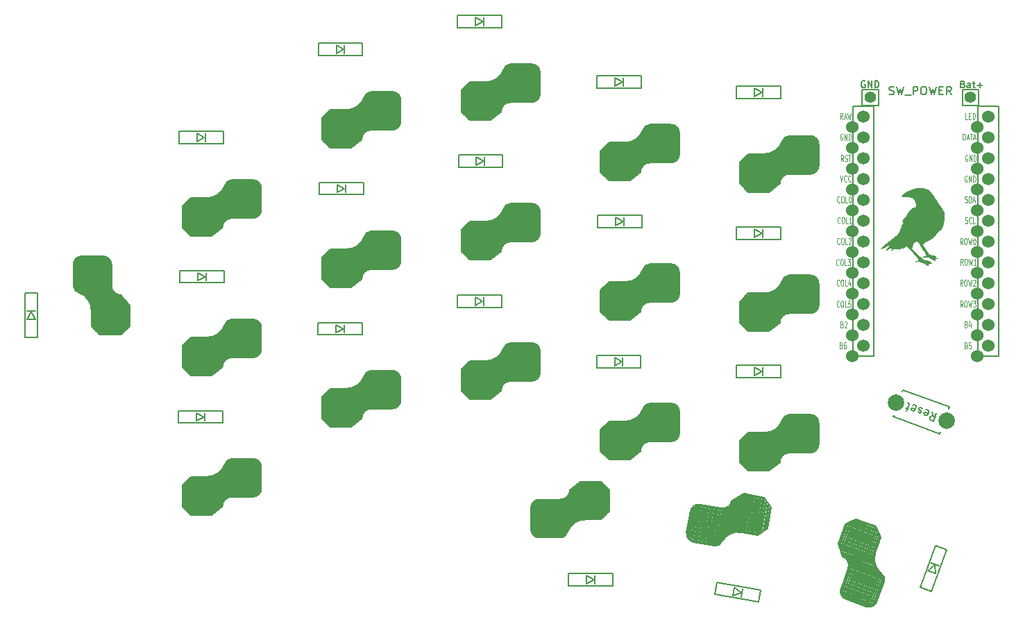
<source format=gbr>
G04 #@! TF.GenerationSoftware,KiCad,Pcbnew,(6.0.10-0)*
G04 #@! TF.CreationDate,2023-10-23T21:39:33+01:00*
G04 #@! TF.ProjectId,raven-split-38key__choc-hotswap-n!n,72617665-6e2d-4737-906c-69742d33386b,0.1*
G04 #@! TF.SameCoordinates,Original*
G04 #@! TF.FileFunction,Legend,Top*
G04 #@! TF.FilePolarity,Positive*
%FSLAX46Y46*%
G04 Gerber Fmt 4.6, Leading zero omitted, Abs format (unit mm)*
G04 Created by KiCad (PCBNEW (6.0.10-0)) date 2023-10-23 21:39:33*
%MOMM*%
%LPD*%
G01*
G04 APERTURE LIST*
%ADD10C,0.150000*%
%ADD11C,0.125000*%
%ADD12C,1.524000*%
%ADD13C,2.000000*%
%ADD14C,1.397000*%
G04 APERTURE END LIST*
D10*
X149584985Y-57770461D02*
X149727842Y-57818080D01*
X149965938Y-57818080D01*
X150061176Y-57770461D01*
X150108795Y-57722842D01*
X150156414Y-57627604D01*
X150156414Y-57532366D01*
X150108795Y-57437128D01*
X150061176Y-57389509D01*
X149965938Y-57341890D01*
X149775461Y-57294271D01*
X149680223Y-57246652D01*
X149632604Y-57199033D01*
X149584985Y-57103795D01*
X149584985Y-57008557D01*
X149632604Y-56913319D01*
X149680223Y-56865700D01*
X149775461Y-56818080D01*
X150013557Y-56818080D01*
X150156414Y-56865700D01*
X150489747Y-56818080D02*
X150727842Y-57818080D01*
X150918319Y-57103795D01*
X151108795Y-57818080D01*
X151346890Y-56818080D01*
X151489747Y-57913319D02*
X152251652Y-57913319D01*
X152489747Y-57818080D02*
X152489747Y-56818080D01*
X152870700Y-56818080D01*
X152965938Y-56865700D01*
X153013557Y-56913319D01*
X153061176Y-57008557D01*
X153061176Y-57151414D01*
X153013557Y-57246652D01*
X152965938Y-57294271D01*
X152870700Y-57341890D01*
X152489747Y-57341890D01*
X153680223Y-56818080D02*
X153870700Y-56818080D01*
X153965938Y-56865700D01*
X154061176Y-56960938D01*
X154108795Y-57151414D01*
X154108795Y-57484747D01*
X154061176Y-57675223D01*
X153965938Y-57770461D01*
X153870700Y-57818080D01*
X153680223Y-57818080D01*
X153584985Y-57770461D01*
X153489747Y-57675223D01*
X153442128Y-57484747D01*
X153442128Y-57151414D01*
X153489747Y-56960938D01*
X153584985Y-56865700D01*
X153680223Y-56818080D01*
X154442128Y-56818080D02*
X154680223Y-57818080D01*
X154870700Y-57103795D01*
X155061176Y-57818080D01*
X155299271Y-56818080D01*
X155680223Y-57294271D02*
X156013557Y-57294271D01*
X156156414Y-57818080D02*
X155680223Y-57818080D01*
X155680223Y-56818080D01*
X156156414Y-56818080D01*
X157156414Y-57818080D02*
X156823080Y-57341890D01*
X156584985Y-57818080D02*
X156584985Y-56818080D01*
X156965938Y-56818080D01*
X157061176Y-56865700D01*
X157108795Y-56913319D01*
X157156414Y-57008557D01*
X157156414Y-57151414D01*
X157108795Y-57246652D01*
X157061176Y-57294271D01*
X156965938Y-57341890D01*
X156584985Y-57341890D01*
D11*
X143981390Y-65945485D02*
X143814723Y-65588342D01*
X143695676Y-65945485D02*
X143695676Y-65195485D01*
X143886152Y-65195485D01*
X143933771Y-65231200D01*
X143957580Y-65266914D01*
X143981390Y-65338342D01*
X143981390Y-65445485D01*
X143957580Y-65516914D01*
X143933771Y-65552628D01*
X143886152Y-65588342D01*
X143695676Y-65588342D01*
X144171866Y-65909771D02*
X144243295Y-65945485D01*
X144362342Y-65945485D01*
X144409961Y-65909771D01*
X144433771Y-65874057D01*
X144457580Y-65802628D01*
X144457580Y-65731200D01*
X144433771Y-65659771D01*
X144409961Y-65624057D01*
X144362342Y-65588342D01*
X144267104Y-65552628D01*
X144219485Y-65516914D01*
X144195676Y-65481200D01*
X144171866Y-65409771D01*
X144171866Y-65338342D01*
X144195676Y-65266914D01*
X144219485Y-65231200D01*
X144267104Y-65195485D01*
X144386152Y-65195485D01*
X144457580Y-65231200D01*
X144600438Y-65195485D02*
X144886152Y-65195485D01*
X144743295Y-65945485D02*
X144743295Y-65195485D01*
X159050747Y-67771200D02*
X159003128Y-67735485D01*
X158931700Y-67735485D01*
X158860271Y-67771200D01*
X158812652Y-67842628D01*
X158788842Y-67914057D01*
X158765033Y-68056914D01*
X158765033Y-68164057D01*
X158788842Y-68306914D01*
X158812652Y-68378342D01*
X158860271Y-68449771D01*
X158931700Y-68485485D01*
X158979319Y-68485485D01*
X159050747Y-68449771D01*
X159074557Y-68414057D01*
X159074557Y-68164057D01*
X158979319Y-68164057D01*
X159288842Y-68485485D02*
X159288842Y-67735485D01*
X159574557Y-68485485D01*
X159574557Y-67735485D01*
X159812652Y-68485485D02*
X159812652Y-67735485D01*
X159931700Y-67735485D01*
X160003128Y-67771200D01*
X160050747Y-67842628D01*
X160074557Y-67914057D01*
X160098366Y-68056914D01*
X160098366Y-68164057D01*
X160074557Y-68306914D01*
X160050747Y-68378342D01*
X160003128Y-68449771D01*
X159931700Y-68485485D01*
X159812652Y-68485485D01*
X158570700Y-63329985D02*
X158570700Y-62579985D01*
X158689747Y-62579985D01*
X158761176Y-62615700D01*
X158808795Y-62687128D01*
X158832604Y-62758557D01*
X158856414Y-62901414D01*
X158856414Y-63008557D01*
X158832604Y-63151414D01*
X158808795Y-63222842D01*
X158761176Y-63294271D01*
X158689747Y-63329985D01*
X158570700Y-63329985D01*
X159046890Y-63115700D02*
X159284985Y-63115700D01*
X158999271Y-63329985D02*
X159165938Y-62579985D01*
X159332604Y-63329985D01*
X159427842Y-62579985D02*
X159713557Y-62579985D01*
X159570700Y-63329985D02*
X159570700Y-62579985D01*
X159856414Y-63115700D02*
X160094509Y-63115700D01*
X159808795Y-63329985D02*
X159975461Y-62579985D01*
X160142128Y-63329985D01*
X158589747Y-78581985D02*
X158423080Y-78224842D01*
X158304033Y-78581985D02*
X158304033Y-77831985D01*
X158494509Y-77831985D01*
X158542128Y-77867700D01*
X158565938Y-77903414D01*
X158589747Y-77974842D01*
X158589747Y-78081985D01*
X158565938Y-78153414D01*
X158542128Y-78189128D01*
X158494509Y-78224842D01*
X158304033Y-78224842D01*
X158899271Y-77831985D02*
X158994509Y-77831985D01*
X159042128Y-77867700D01*
X159089747Y-77939128D01*
X159113557Y-78081985D01*
X159113557Y-78331985D01*
X159089747Y-78474842D01*
X159042128Y-78546271D01*
X158994509Y-78581985D01*
X158899271Y-78581985D01*
X158851652Y-78546271D01*
X158804033Y-78474842D01*
X158780223Y-78331985D01*
X158780223Y-78081985D01*
X158804033Y-77939128D01*
X158851652Y-77867700D01*
X158899271Y-77831985D01*
X159280223Y-77831985D02*
X159399271Y-78581985D01*
X159494509Y-78046271D01*
X159589747Y-78581985D01*
X159708795Y-77831985D01*
X160161176Y-78581985D02*
X159875461Y-78581985D01*
X160018319Y-78581985D02*
X160018319Y-77831985D01*
X159970700Y-77939128D01*
X159923080Y-78010557D01*
X159875461Y-78046271D01*
X143473080Y-83654057D02*
X143449271Y-83689771D01*
X143377842Y-83725485D01*
X143330223Y-83725485D01*
X143258795Y-83689771D01*
X143211176Y-83618342D01*
X143187366Y-83546914D01*
X143163557Y-83404057D01*
X143163557Y-83296914D01*
X143187366Y-83154057D01*
X143211176Y-83082628D01*
X143258795Y-83011200D01*
X143330223Y-82975485D01*
X143377842Y-82975485D01*
X143449271Y-83011200D01*
X143473080Y-83046914D01*
X143782604Y-82975485D02*
X143877842Y-82975485D01*
X143925461Y-83011200D01*
X143973080Y-83082628D01*
X143996890Y-83225485D01*
X143996890Y-83475485D01*
X143973080Y-83618342D01*
X143925461Y-83689771D01*
X143877842Y-83725485D01*
X143782604Y-83725485D01*
X143734985Y-83689771D01*
X143687366Y-83618342D01*
X143663557Y-83475485D01*
X143663557Y-83225485D01*
X143687366Y-83082628D01*
X143734985Y-83011200D01*
X143782604Y-82975485D01*
X144449271Y-83725485D02*
X144211176Y-83725485D01*
X144211176Y-82975485D01*
X144854033Y-82975485D02*
X144615938Y-82975485D01*
X144592128Y-83332628D01*
X144615938Y-83296914D01*
X144663557Y-83261200D01*
X144782604Y-83261200D01*
X144830223Y-83296914D01*
X144854033Y-83332628D01*
X144877842Y-83404057D01*
X144877842Y-83582628D01*
X144854033Y-83654057D01*
X144830223Y-83689771D01*
X144782604Y-83725485D01*
X144663557Y-83725485D01*
X144615938Y-83689771D01*
X144592128Y-83654057D01*
X143874247Y-62627700D02*
X143826628Y-62591985D01*
X143755200Y-62591985D01*
X143683771Y-62627700D01*
X143636152Y-62699128D01*
X143612342Y-62770557D01*
X143588533Y-62913414D01*
X143588533Y-63020557D01*
X143612342Y-63163414D01*
X143636152Y-63234842D01*
X143683771Y-63306271D01*
X143755200Y-63341985D01*
X143802819Y-63341985D01*
X143874247Y-63306271D01*
X143898057Y-63270557D01*
X143898057Y-63020557D01*
X143802819Y-63020557D01*
X144112342Y-63341985D02*
X144112342Y-62591985D01*
X144398057Y-63341985D01*
X144398057Y-62591985D01*
X144636152Y-63341985D02*
X144636152Y-62591985D01*
X144755200Y-62591985D01*
X144826628Y-62627700D01*
X144874247Y-62699128D01*
X144898057Y-62770557D01*
X144921866Y-62913414D01*
X144921866Y-63020557D01*
X144898057Y-63163414D01*
X144874247Y-63234842D01*
X144826628Y-63306271D01*
X144755200Y-63341985D01*
X144636152Y-63341985D01*
X143573080Y-73430557D02*
X143549271Y-73466271D01*
X143477842Y-73501985D01*
X143430223Y-73501985D01*
X143358795Y-73466271D01*
X143311176Y-73394842D01*
X143287366Y-73323414D01*
X143263557Y-73180557D01*
X143263557Y-73073414D01*
X143287366Y-72930557D01*
X143311176Y-72859128D01*
X143358795Y-72787700D01*
X143430223Y-72751985D01*
X143477842Y-72751985D01*
X143549271Y-72787700D01*
X143573080Y-72823414D01*
X143882604Y-72751985D02*
X143977842Y-72751985D01*
X144025461Y-72787700D01*
X144073080Y-72859128D01*
X144096890Y-73001985D01*
X144096890Y-73251985D01*
X144073080Y-73394842D01*
X144025461Y-73466271D01*
X143977842Y-73501985D01*
X143882604Y-73501985D01*
X143834985Y-73466271D01*
X143787366Y-73394842D01*
X143763557Y-73251985D01*
X143763557Y-73001985D01*
X143787366Y-72859128D01*
X143834985Y-72787700D01*
X143882604Y-72751985D01*
X144549271Y-73501985D02*
X144311176Y-73501985D01*
X144311176Y-72751985D01*
X144977842Y-73501985D02*
X144692128Y-73501985D01*
X144834985Y-73501985D02*
X144834985Y-72751985D01*
X144787366Y-72859128D01*
X144739747Y-72930557D01*
X144692128Y-72966271D01*
X143423080Y-78558557D02*
X143399271Y-78594271D01*
X143327842Y-78629985D01*
X143280223Y-78629985D01*
X143208795Y-78594271D01*
X143161176Y-78522842D01*
X143137366Y-78451414D01*
X143113557Y-78308557D01*
X143113557Y-78201414D01*
X143137366Y-78058557D01*
X143161176Y-77987128D01*
X143208795Y-77915700D01*
X143280223Y-77879985D01*
X143327842Y-77879985D01*
X143399271Y-77915700D01*
X143423080Y-77951414D01*
X143732604Y-77879985D02*
X143827842Y-77879985D01*
X143875461Y-77915700D01*
X143923080Y-77987128D01*
X143946890Y-78129985D01*
X143946890Y-78379985D01*
X143923080Y-78522842D01*
X143875461Y-78594271D01*
X143827842Y-78629985D01*
X143732604Y-78629985D01*
X143684985Y-78594271D01*
X143637366Y-78522842D01*
X143613557Y-78379985D01*
X143613557Y-78129985D01*
X143637366Y-77987128D01*
X143684985Y-77915700D01*
X143732604Y-77879985D01*
X144399271Y-78629985D02*
X144161176Y-78629985D01*
X144161176Y-77879985D01*
X144518319Y-77879985D02*
X144827842Y-77879985D01*
X144661176Y-78165700D01*
X144732604Y-78165700D01*
X144780223Y-78201414D01*
X144804033Y-78237128D01*
X144827842Y-78308557D01*
X144827842Y-78487128D01*
X144804033Y-78558557D01*
X144780223Y-78594271D01*
X144732604Y-78629985D01*
X144589747Y-78629985D01*
X144542128Y-78594271D01*
X144518319Y-78558557D01*
X158824557Y-70926271D02*
X158895985Y-70961985D01*
X159015033Y-70961985D01*
X159062652Y-70926271D01*
X159086461Y-70890557D01*
X159110271Y-70819128D01*
X159110271Y-70747700D01*
X159086461Y-70676271D01*
X159062652Y-70640557D01*
X159015033Y-70604842D01*
X158919795Y-70569128D01*
X158872176Y-70533414D01*
X158848366Y-70497700D01*
X158824557Y-70426271D01*
X158824557Y-70354842D01*
X158848366Y-70283414D01*
X158872176Y-70247700D01*
X158919795Y-70211985D01*
X159038842Y-70211985D01*
X159110271Y-70247700D01*
X159324557Y-70961985D02*
X159324557Y-70211985D01*
X159443604Y-70211985D01*
X159515033Y-70247700D01*
X159562652Y-70319128D01*
X159586461Y-70390557D01*
X159610271Y-70533414D01*
X159610271Y-70640557D01*
X159586461Y-70783414D01*
X159562652Y-70854842D01*
X159515033Y-70926271D01*
X159443604Y-70961985D01*
X159324557Y-70961985D01*
X159800747Y-70747700D02*
X160038842Y-70747700D01*
X159753128Y-70961985D02*
X159919795Y-70211985D01*
X160086461Y-70961985D01*
X158539747Y-83725485D02*
X158373080Y-83368342D01*
X158254033Y-83725485D02*
X158254033Y-82975485D01*
X158444509Y-82975485D01*
X158492128Y-83011200D01*
X158515938Y-83046914D01*
X158539747Y-83118342D01*
X158539747Y-83225485D01*
X158515938Y-83296914D01*
X158492128Y-83332628D01*
X158444509Y-83368342D01*
X158254033Y-83368342D01*
X158849271Y-82975485D02*
X158944509Y-82975485D01*
X158992128Y-83011200D01*
X159039747Y-83082628D01*
X159063557Y-83225485D01*
X159063557Y-83475485D01*
X159039747Y-83618342D01*
X158992128Y-83689771D01*
X158944509Y-83725485D01*
X158849271Y-83725485D01*
X158801652Y-83689771D01*
X158754033Y-83618342D01*
X158730223Y-83475485D01*
X158730223Y-83225485D01*
X158754033Y-83082628D01*
X158801652Y-83011200D01*
X158849271Y-82975485D01*
X159230223Y-82975485D02*
X159349271Y-83725485D01*
X159444509Y-83189771D01*
X159539747Y-83725485D01*
X159658795Y-82975485D01*
X159801652Y-82975485D02*
X160111176Y-82975485D01*
X159944509Y-83261200D01*
X160015938Y-83261200D01*
X160063557Y-83296914D01*
X160087366Y-83332628D01*
X160111176Y-83404057D01*
X160111176Y-83582628D01*
X160087366Y-83654057D01*
X160063557Y-83689771D01*
X160015938Y-83725485D01*
X159873080Y-83725485D01*
X159825461Y-83689771D01*
X159801652Y-83654057D01*
X143588533Y-67671985D02*
X143755200Y-68421985D01*
X143921866Y-67671985D01*
X144374247Y-68350557D02*
X144350438Y-68386271D01*
X144279009Y-68421985D01*
X144231390Y-68421985D01*
X144159961Y-68386271D01*
X144112342Y-68314842D01*
X144088533Y-68243414D01*
X144064723Y-68100557D01*
X144064723Y-67993414D01*
X144088533Y-67850557D01*
X144112342Y-67779128D01*
X144159961Y-67707700D01*
X144231390Y-67671985D01*
X144279009Y-67671985D01*
X144350438Y-67707700D01*
X144374247Y-67743414D01*
X144874247Y-68350557D02*
X144850438Y-68386271D01*
X144779009Y-68421985D01*
X144731390Y-68421985D01*
X144659961Y-68386271D01*
X144612342Y-68314842D01*
X144588533Y-68243414D01*
X144564723Y-68100557D01*
X144564723Y-67993414D01*
X144588533Y-67850557D01*
X144612342Y-67779128D01*
X144659961Y-67707700D01*
X144731390Y-67671985D01*
X144779009Y-67671985D01*
X144850438Y-67707700D01*
X144874247Y-67743414D01*
X159149271Y-60801985D02*
X158911176Y-60801985D01*
X158911176Y-60051985D01*
X159315938Y-60409128D02*
X159482604Y-60409128D01*
X159554033Y-60801985D02*
X159315938Y-60801985D01*
X159315938Y-60051985D01*
X159554033Y-60051985D01*
X159768319Y-60801985D02*
X159768319Y-60051985D01*
X159887366Y-60051985D01*
X159958795Y-60087700D01*
X160006414Y-60159128D01*
X160030223Y-60230557D01*
X160054033Y-60373414D01*
X160054033Y-60480557D01*
X160030223Y-60623414D01*
X160006414Y-60694842D01*
X159958795Y-60766271D01*
X159887366Y-60801985D01*
X159768319Y-60801985D01*
X158836461Y-73466271D02*
X158907890Y-73501985D01*
X159026938Y-73501985D01*
X159074557Y-73466271D01*
X159098366Y-73430557D01*
X159122176Y-73359128D01*
X159122176Y-73287700D01*
X159098366Y-73216271D01*
X159074557Y-73180557D01*
X159026938Y-73144842D01*
X158931700Y-73109128D01*
X158884080Y-73073414D01*
X158860271Y-73037700D01*
X158836461Y-72966271D01*
X158836461Y-72894842D01*
X158860271Y-72823414D01*
X158884080Y-72787700D01*
X158931700Y-72751985D01*
X159050747Y-72751985D01*
X159122176Y-72787700D01*
X159622176Y-73430557D02*
X159598366Y-73466271D01*
X159526938Y-73501985D01*
X159479319Y-73501985D01*
X159407890Y-73466271D01*
X159360271Y-73394842D01*
X159336461Y-73323414D01*
X159312652Y-73180557D01*
X159312652Y-73073414D01*
X159336461Y-72930557D01*
X159360271Y-72859128D01*
X159407890Y-72787700D01*
X159479319Y-72751985D01*
X159526938Y-72751985D01*
X159598366Y-72787700D01*
X159622176Y-72823414D01*
X160074557Y-73501985D02*
X159836461Y-73501985D01*
X159836461Y-72751985D01*
X143818319Y-85837128D02*
X143889747Y-85872842D01*
X143913557Y-85908557D01*
X143937366Y-85979985D01*
X143937366Y-86087128D01*
X143913557Y-86158557D01*
X143889747Y-86194271D01*
X143842128Y-86229985D01*
X143651652Y-86229985D01*
X143651652Y-85479985D01*
X143818319Y-85479985D01*
X143865938Y-85515700D01*
X143889747Y-85551414D01*
X143913557Y-85622842D01*
X143913557Y-85694271D01*
X143889747Y-85765700D01*
X143865938Y-85801414D01*
X143818319Y-85837128D01*
X143651652Y-85837128D01*
X144127842Y-85551414D02*
X144151652Y-85515700D01*
X144199271Y-85479985D01*
X144318319Y-85479985D01*
X144365938Y-85515700D01*
X144389747Y-85551414D01*
X144413557Y-85622842D01*
X144413557Y-85694271D01*
X144389747Y-85801414D01*
X144104033Y-86229985D01*
X144413557Y-86229985D01*
X158968319Y-85809128D02*
X159039747Y-85844842D01*
X159063557Y-85880557D01*
X159087366Y-85951985D01*
X159087366Y-86059128D01*
X159063557Y-86130557D01*
X159039747Y-86166271D01*
X158992128Y-86201985D01*
X158801652Y-86201985D01*
X158801652Y-85451985D01*
X158968319Y-85451985D01*
X159015938Y-85487700D01*
X159039747Y-85523414D01*
X159063557Y-85594842D01*
X159063557Y-85666271D01*
X159039747Y-85737700D01*
X159015938Y-85773414D01*
X158968319Y-85809128D01*
X158801652Y-85809128D01*
X159515938Y-85701985D02*
X159515938Y-86201985D01*
X159396890Y-85416271D02*
X159277842Y-85951985D01*
X159587366Y-85951985D01*
X143718319Y-88387128D02*
X143789747Y-88422842D01*
X143813557Y-88458557D01*
X143837366Y-88529985D01*
X143837366Y-88637128D01*
X143813557Y-88708557D01*
X143789747Y-88744271D01*
X143742128Y-88779985D01*
X143551652Y-88779985D01*
X143551652Y-88029985D01*
X143718319Y-88029985D01*
X143765938Y-88065700D01*
X143789747Y-88101414D01*
X143813557Y-88172842D01*
X143813557Y-88244271D01*
X143789747Y-88315700D01*
X143765938Y-88351414D01*
X143718319Y-88387128D01*
X143551652Y-88387128D01*
X144265938Y-88029985D02*
X144170700Y-88029985D01*
X144123080Y-88065700D01*
X144099271Y-88101414D01*
X144051652Y-88208557D01*
X144027842Y-88351414D01*
X144027842Y-88637128D01*
X144051652Y-88708557D01*
X144075461Y-88744271D01*
X144123080Y-88779985D01*
X144218319Y-88779985D01*
X144265938Y-88744271D01*
X144289747Y-88708557D01*
X144313557Y-88637128D01*
X144313557Y-88458557D01*
X144289747Y-88387128D01*
X144265938Y-88351414D01*
X144218319Y-88315700D01*
X144123080Y-88315700D01*
X144075461Y-88351414D01*
X144051652Y-88387128D01*
X144027842Y-88458557D01*
X158968319Y-88412628D02*
X159039747Y-88448342D01*
X159063557Y-88484057D01*
X159087366Y-88555485D01*
X159087366Y-88662628D01*
X159063557Y-88734057D01*
X159039747Y-88769771D01*
X158992128Y-88805485D01*
X158801652Y-88805485D01*
X158801652Y-88055485D01*
X158968319Y-88055485D01*
X159015938Y-88091200D01*
X159039747Y-88126914D01*
X159063557Y-88198342D01*
X159063557Y-88269771D01*
X159039747Y-88341200D01*
X159015938Y-88376914D01*
X158968319Y-88412628D01*
X158801652Y-88412628D01*
X159539747Y-88055485D02*
X159301652Y-88055485D01*
X159277842Y-88412628D01*
X159301652Y-88376914D01*
X159349271Y-88341200D01*
X159468319Y-88341200D01*
X159515938Y-88376914D01*
X159539747Y-88412628D01*
X159563557Y-88484057D01*
X159563557Y-88662628D01*
X159539747Y-88734057D01*
X159515938Y-88769771D01*
X159468319Y-88805485D01*
X159349271Y-88805485D01*
X159301652Y-88769771D01*
X159277842Y-88734057D01*
X159114247Y-65231200D02*
X159066628Y-65195485D01*
X158995200Y-65195485D01*
X158923771Y-65231200D01*
X158876152Y-65302628D01*
X158852342Y-65374057D01*
X158828533Y-65516914D01*
X158828533Y-65624057D01*
X158852342Y-65766914D01*
X158876152Y-65838342D01*
X158923771Y-65909771D01*
X158995200Y-65945485D01*
X159042819Y-65945485D01*
X159114247Y-65909771D01*
X159138057Y-65874057D01*
X159138057Y-65624057D01*
X159042819Y-65624057D01*
X159352342Y-65945485D02*
X159352342Y-65195485D01*
X159638057Y-65945485D01*
X159638057Y-65195485D01*
X159876152Y-65945485D02*
X159876152Y-65195485D01*
X159995200Y-65195485D01*
X160066628Y-65231200D01*
X160114247Y-65302628D01*
X160138057Y-65374057D01*
X160161866Y-65516914D01*
X160161866Y-65624057D01*
X160138057Y-65766914D01*
X160114247Y-65838342D01*
X160066628Y-65909771D01*
X159995200Y-65945485D01*
X159876152Y-65945485D01*
X143473080Y-81058557D02*
X143449271Y-81094271D01*
X143377842Y-81129985D01*
X143330223Y-81129985D01*
X143258795Y-81094271D01*
X143211176Y-81022842D01*
X143187366Y-80951414D01*
X143163557Y-80808557D01*
X143163557Y-80701414D01*
X143187366Y-80558557D01*
X143211176Y-80487128D01*
X143258795Y-80415700D01*
X143330223Y-80379985D01*
X143377842Y-80379985D01*
X143449271Y-80415700D01*
X143473080Y-80451414D01*
X143782604Y-80379985D02*
X143877842Y-80379985D01*
X143925461Y-80415700D01*
X143973080Y-80487128D01*
X143996890Y-80629985D01*
X143996890Y-80879985D01*
X143973080Y-81022842D01*
X143925461Y-81094271D01*
X143877842Y-81129985D01*
X143782604Y-81129985D01*
X143734985Y-81094271D01*
X143687366Y-81022842D01*
X143663557Y-80879985D01*
X143663557Y-80629985D01*
X143687366Y-80487128D01*
X143734985Y-80415700D01*
X143782604Y-80379985D01*
X144449271Y-81129985D02*
X144211176Y-81129985D01*
X144211176Y-80379985D01*
X144830223Y-80629985D02*
X144830223Y-81129985D01*
X144711176Y-80344271D02*
X144592128Y-80879985D01*
X144901652Y-80879985D01*
X158539747Y-81129985D02*
X158373080Y-80772842D01*
X158254033Y-81129985D02*
X158254033Y-80379985D01*
X158444509Y-80379985D01*
X158492128Y-80415700D01*
X158515938Y-80451414D01*
X158539747Y-80522842D01*
X158539747Y-80629985D01*
X158515938Y-80701414D01*
X158492128Y-80737128D01*
X158444509Y-80772842D01*
X158254033Y-80772842D01*
X158849271Y-80379985D02*
X158944509Y-80379985D01*
X158992128Y-80415700D01*
X159039747Y-80487128D01*
X159063557Y-80629985D01*
X159063557Y-80879985D01*
X159039747Y-81022842D01*
X158992128Y-81094271D01*
X158944509Y-81129985D01*
X158849271Y-81129985D01*
X158801652Y-81094271D01*
X158754033Y-81022842D01*
X158730223Y-80879985D01*
X158730223Y-80629985D01*
X158754033Y-80487128D01*
X158801652Y-80415700D01*
X158849271Y-80379985D01*
X159230223Y-80379985D02*
X159349271Y-81129985D01*
X159444509Y-80594271D01*
X159539747Y-81129985D01*
X159658795Y-80379985D01*
X159825461Y-80451414D02*
X159849271Y-80415700D01*
X159896890Y-80379985D01*
X160015938Y-80379985D01*
X160063557Y-80415700D01*
X160087366Y-80451414D01*
X160111176Y-80522842D01*
X160111176Y-80594271D01*
X160087366Y-80701414D01*
X159801652Y-81129985D01*
X160111176Y-81129985D01*
D10*
D11*
X143523080Y-75970557D02*
X143499271Y-76006271D01*
X143427842Y-76041985D01*
X143380223Y-76041985D01*
X143308795Y-76006271D01*
X143261176Y-75934842D01*
X143237366Y-75863414D01*
X143213557Y-75720557D01*
X143213557Y-75613414D01*
X143237366Y-75470557D01*
X143261176Y-75399128D01*
X143308795Y-75327700D01*
X143380223Y-75291985D01*
X143427842Y-75291985D01*
X143499271Y-75327700D01*
X143523080Y-75363414D01*
X143832604Y-75291985D02*
X143927842Y-75291985D01*
X143975461Y-75327700D01*
X144023080Y-75399128D01*
X144046890Y-75541985D01*
X144046890Y-75791985D01*
X144023080Y-75934842D01*
X143975461Y-76006271D01*
X143927842Y-76041985D01*
X143832604Y-76041985D01*
X143784985Y-76006271D01*
X143737366Y-75934842D01*
X143713557Y-75791985D01*
X143713557Y-75541985D01*
X143737366Y-75399128D01*
X143784985Y-75327700D01*
X143832604Y-75291985D01*
X144499271Y-76041985D02*
X144261176Y-76041985D01*
X144261176Y-75291985D01*
X144642128Y-75363414D02*
X144665938Y-75327700D01*
X144713557Y-75291985D01*
X144832604Y-75291985D01*
X144880223Y-75327700D01*
X144904033Y-75363414D01*
X144927842Y-75434842D01*
X144927842Y-75506271D01*
X144904033Y-75613414D01*
X144618319Y-76041985D01*
X144927842Y-76041985D01*
X143909961Y-60801985D02*
X143743295Y-60444842D01*
X143624247Y-60801985D02*
X143624247Y-60051985D01*
X143814723Y-60051985D01*
X143862342Y-60087700D01*
X143886152Y-60123414D01*
X143909961Y-60194842D01*
X143909961Y-60301985D01*
X143886152Y-60373414D01*
X143862342Y-60409128D01*
X143814723Y-60444842D01*
X143624247Y-60444842D01*
X144100438Y-60587700D02*
X144338533Y-60587700D01*
X144052819Y-60801985D02*
X144219485Y-60051985D01*
X144386152Y-60801985D01*
X144505200Y-60051985D02*
X144624247Y-60801985D01*
X144719485Y-60266271D01*
X144814723Y-60801985D01*
X144933771Y-60051985D01*
X158539747Y-76079985D02*
X158373080Y-75722842D01*
X158254033Y-76079985D02*
X158254033Y-75329985D01*
X158444509Y-75329985D01*
X158492128Y-75365700D01*
X158515938Y-75401414D01*
X158539747Y-75472842D01*
X158539747Y-75579985D01*
X158515938Y-75651414D01*
X158492128Y-75687128D01*
X158444509Y-75722842D01*
X158254033Y-75722842D01*
X158849271Y-75329985D02*
X158944509Y-75329985D01*
X158992128Y-75365700D01*
X159039747Y-75437128D01*
X159063557Y-75579985D01*
X159063557Y-75829985D01*
X159039747Y-75972842D01*
X158992128Y-76044271D01*
X158944509Y-76079985D01*
X158849271Y-76079985D01*
X158801652Y-76044271D01*
X158754033Y-75972842D01*
X158730223Y-75829985D01*
X158730223Y-75579985D01*
X158754033Y-75437128D01*
X158801652Y-75365700D01*
X158849271Y-75329985D01*
X159230223Y-75329985D02*
X159349271Y-76079985D01*
X159444509Y-75544271D01*
X159539747Y-76079985D01*
X159658795Y-75329985D01*
X159944509Y-75329985D02*
X159992128Y-75329985D01*
X160039747Y-75365700D01*
X160063557Y-75401414D01*
X160087366Y-75472842D01*
X160111176Y-75615700D01*
X160111176Y-75794271D01*
X160087366Y-75937128D01*
X160063557Y-76008557D01*
X160039747Y-76044271D01*
X159992128Y-76079985D01*
X159944509Y-76079985D01*
X159896890Y-76044271D01*
X159873080Y-76008557D01*
X159849271Y-75937128D01*
X159825461Y-75794271D01*
X159825461Y-75615700D01*
X159849271Y-75472842D01*
X159873080Y-75401414D01*
X159896890Y-75365700D01*
X159944509Y-75329985D01*
X143523080Y-70908557D02*
X143499271Y-70944271D01*
X143427842Y-70979985D01*
X143380223Y-70979985D01*
X143308795Y-70944271D01*
X143261176Y-70872842D01*
X143237366Y-70801414D01*
X143213557Y-70658557D01*
X143213557Y-70551414D01*
X143237366Y-70408557D01*
X143261176Y-70337128D01*
X143308795Y-70265700D01*
X143380223Y-70229985D01*
X143427842Y-70229985D01*
X143499271Y-70265700D01*
X143523080Y-70301414D01*
X143832604Y-70229985D02*
X143927842Y-70229985D01*
X143975461Y-70265700D01*
X144023080Y-70337128D01*
X144046890Y-70479985D01*
X144046890Y-70729985D01*
X144023080Y-70872842D01*
X143975461Y-70944271D01*
X143927842Y-70979985D01*
X143832604Y-70979985D01*
X143784985Y-70944271D01*
X143737366Y-70872842D01*
X143713557Y-70729985D01*
X143713557Y-70479985D01*
X143737366Y-70337128D01*
X143784985Y-70265700D01*
X143832604Y-70229985D01*
X144499271Y-70979985D02*
X144261176Y-70979985D01*
X144261176Y-70229985D01*
X144761176Y-70229985D02*
X144808795Y-70229985D01*
X144856414Y-70265700D01*
X144880223Y-70301414D01*
X144904033Y-70372842D01*
X144927842Y-70515700D01*
X144927842Y-70694271D01*
X144904033Y-70837128D01*
X144880223Y-70908557D01*
X144856414Y-70944271D01*
X144808795Y-70979985D01*
X144761176Y-70979985D01*
X144713557Y-70944271D01*
X144689747Y-70908557D01*
X144665938Y-70837128D01*
X144642128Y-70694271D01*
X144642128Y-70515700D01*
X144665938Y-70372842D01*
X144689747Y-70301414D01*
X144713557Y-70265700D01*
X144761176Y-70229985D01*
D10*
X154813852Y-96489054D02*
X154964216Y-97050533D01*
X155350819Y-96684494D02*
X155008799Y-97624187D01*
X154650821Y-97493893D01*
X154577613Y-97416573D01*
X154549152Y-97355539D01*
X154536978Y-97249758D01*
X154585838Y-97115516D01*
X154663159Y-97042308D01*
X154724193Y-97013847D01*
X154829974Y-97001673D01*
X155187952Y-97131967D01*
X154036862Y-96256928D02*
X154142643Y-96244754D01*
X154321632Y-96309901D01*
X154394840Y-96387221D01*
X154407014Y-96493002D01*
X154276720Y-96850981D01*
X154199400Y-96924188D01*
X154093618Y-96936362D01*
X153914629Y-96871216D01*
X153841422Y-96793895D01*
X153829248Y-96688114D01*
X153861821Y-96598619D01*
X154341867Y-96671991D01*
X153634136Y-96110348D02*
X153560928Y-96033027D01*
X153381939Y-95967880D01*
X153276158Y-95980054D01*
X153198837Y-96053262D01*
X153182551Y-96098009D01*
X153194725Y-96203791D01*
X153267933Y-96281111D01*
X153402174Y-96329971D01*
X153475382Y-96407292D01*
X153487556Y-96513073D01*
X153471269Y-96557820D01*
X153393949Y-96631028D01*
X153288168Y-96643202D01*
X153153926Y-96594342D01*
X153080718Y-96517022D01*
X152470707Y-95686894D02*
X152576488Y-95674720D01*
X152755478Y-95739867D01*
X152828685Y-95817188D01*
X152840859Y-95922969D01*
X152710566Y-96280947D01*
X152633245Y-96354155D01*
X152527464Y-96366329D01*
X152348475Y-96301182D01*
X152275267Y-96223861D01*
X152263093Y-96118080D01*
X152295667Y-96028586D01*
X152775713Y-96101958D01*
X151945750Y-96154602D02*
X151587771Y-96024309D01*
X151697501Y-96418973D02*
X151990661Y-95613522D01*
X151978487Y-95507741D01*
X151905279Y-95430420D01*
X151815785Y-95397847D01*
X146601423Y-56171800D02*
X146524014Y-56133095D01*
X146407900Y-56133095D01*
X146291785Y-56171800D01*
X146214376Y-56249209D01*
X146175671Y-56326619D01*
X146136966Y-56481438D01*
X146136966Y-56597552D01*
X146175671Y-56752371D01*
X146214376Y-56829780D01*
X146291785Y-56907190D01*
X146407900Y-56945895D01*
X146485309Y-56945895D01*
X146601423Y-56907190D01*
X146640128Y-56868485D01*
X146640128Y-56597552D01*
X146485309Y-56597552D01*
X146988471Y-56945895D02*
X146988471Y-56133095D01*
X147452928Y-56945895D01*
X147452928Y-56133095D01*
X147839976Y-56945895D02*
X147839976Y-56133095D01*
X148033500Y-56133095D01*
X148149614Y-56171800D01*
X148227023Y-56249209D01*
X148265728Y-56326619D01*
X148304433Y-56481438D01*
X148304433Y-56597552D01*
X148265728Y-56752371D01*
X148227023Y-56829780D01*
X148149614Y-56907190D01*
X148033500Y-56945895D01*
X147839976Y-56945895D01*
X158575671Y-56545142D02*
X158691785Y-56583847D01*
X158730490Y-56622552D01*
X158769195Y-56699961D01*
X158769195Y-56816076D01*
X158730490Y-56893485D01*
X158691785Y-56932190D01*
X158614376Y-56970895D01*
X158304738Y-56970895D01*
X158304738Y-56158095D01*
X158575671Y-56158095D01*
X158653080Y-56196800D01*
X158691785Y-56235504D01*
X158730490Y-56312914D01*
X158730490Y-56390323D01*
X158691785Y-56467733D01*
X158653080Y-56506438D01*
X158575671Y-56545142D01*
X158304738Y-56545142D01*
X159465880Y-56970895D02*
X159465880Y-56545142D01*
X159427176Y-56467733D01*
X159349766Y-56429028D01*
X159194947Y-56429028D01*
X159117538Y-56467733D01*
X159465880Y-56932190D02*
X159388471Y-56970895D01*
X159194947Y-56970895D01*
X159117538Y-56932190D01*
X159078833Y-56854780D01*
X159078833Y-56777371D01*
X159117538Y-56699961D01*
X159194947Y-56661257D01*
X159388471Y-56661257D01*
X159465880Y-56622552D01*
X159736814Y-56429028D02*
X160046452Y-56429028D01*
X159852928Y-56158095D02*
X159852928Y-56854780D01*
X159891633Y-56932190D01*
X159969042Y-56970895D01*
X160046452Y-56970895D01*
X160317385Y-56661257D02*
X160936661Y-56661257D01*
X160627023Y-56970895D02*
X160627023Y-56351619D01*
G36*
X153766129Y-69220472D02*
G01*
X154052893Y-69270455D01*
X154295442Y-69379816D01*
X154524773Y-69569275D01*
X154771884Y-69859553D01*
X155067774Y-70271369D01*
X155130904Y-70363364D01*
X155398075Y-70752877D01*
X155660812Y-71133368D01*
X155888806Y-71461095D01*
X156051136Y-71691457D01*
X156201531Y-71914738D01*
X156288596Y-72100151D01*
X156328962Y-72308899D01*
X156339261Y-72602187D01*
X156338742Y-72749790D01*
X156310559Y-73133176D01*
X156239512Y-73522307D01*
X156137582Y-73880959D01*
X156016750Y-74172909D01*
X155888999Y-74361934D01*
X155788044Y-74414724D01*
X155681143Y-74478752D01*
X155513117Y-74647455D01*
X155318469Y-74885760D01*
X155299055Y-74911814D01*
X155062085Y-75205405D01*
X154832405Y-75409500D01*
X154542120Y-75578153D01*
X154349929Y-75667461D01*
X154061717Y-75808863D01*
X153838679Y-75943180D01*
X153723883Y-76044053D01*
X153719072Y-76053555D01*
X153742436Y-76180314D01*
X153846906Y-76396013D01*
X154005070Y-76659599D01*
X154189515Y-76930023D01*
X154372826Y-77166234D01*
X154527590Y-77327180D01*
X154599417Y-77371853D01*
X154770189Y-77412378D01*
X155014410Y-77460808D01*
X155057508Y-77468584D01*
X155276710Y-77530850D01*
X155341434Y-77616722D01*
X155335332Y-77642432D01*
X155358132Y-77744240D01*
X155414922Y-77759057D01*
X155525939Y-77801338D01*
X155539265Y-77835797D01*
X155471200Y-77877525D01*
X155355650Y-77864521D01*
X155224946Y-77851883D01*
X155217569Y-77933596D01*
X155225993Y-77957114D01*
X155217986Y-78068749D01*
X155109750Y-78097191D01*
X154950206Y-78039423D01*
X154868598Y-77979155D01*
X154631949Y-77823350D01*
X154349987Y-77710567D01*
X154090260Y-77663207D01*
X153963216Y-77678893D01*
X153770453Y-77700179D01*
X153669037Y-77669163D01*
X153628384Y-77609411D01*
X153736570Y-77559358D01*
X153824765Y-77539341D01*
X154011381Y-77485474D01*
X154098991Y-77428166D01*
X154099931Y-77422933D01*
X154056538Y-77327632D01*
X153941726Y-77130926D01*
X153778549Y-76871939D01*
X153744480Y-76819683D01*
X153550883Y-76517231D01*
X153377991Y-76234818D01*
X153261672Y-76031108D01*
X153257647Y-76023390D01*
X153114444Y-75832972D01*
X152921809Y-75770316D01*
X152884940Y-75769390D01*
X152734733Y-75789447D01*
X152628870Y-75876000D01*
X152529474Y-76068624D01*
X152479752Y-76192724D01*
X152315889Y-76616057D01*
X153029764Y-77302552D01*
X153349514Y-77604131D01*
X153584325Y-77805798D01*
X153766930Y-77929410D01*
X153930062Y-77996822D01*
X154106453Y-78029891D01*
X154121731Y-78031664D01*
X154446240Y-78112115D01*
X154680876Y-78255335D01*
X154861931Y-78436390D01*
X154610588Y-78436390D01*
X154436003Y-78458168D01*
X154399277Y-78534859D01*
X154407980Y-78563390D01*
X154391750Y-78662869D01*
X154288867Y-78690853D01*
X154170166Y-78638076D01*
X154137934Y-78598717D01*
X153986338Y-78470605D01*
X153729052Y-78351577D01*
X153429305Y-78262546D01*
X153150329Y-78224428D01*
X153030490Y-78232394D01*
X152817148Y-78247769D01*
X152745265Y-78191813D01*
X152816202Y-78115798D01*
X152917255Y-78097724D01*
X153087395Y-78065671D01*
X153137385Y-77963978D01*
X153063734Y-77784346D01*
X152862951Y-77518471D01*
X152531545Y-77158054D01*
X152514829Y-77140841D01*
X152241122Y-76852625D01*
X152012461Y-76598961D01*
X151854817Y-76409497D01*
X151795564Y-76319724D01*
X151741916Y-76261635D01*
X151635079Y-76311703D01*
X151493287Y-76434806D01*
X151312716Y-76572012D01*
X151170458Y-76625050D01*
X151139769Y-76618017D01*
X151003253Y-76615505D01*
X150921222Y-76661468D01*
X150820378Y-76718729D01*
X150797931Y-76665778D01*
X150753843Y-76610326D01*
X150635428Y-76654735D01*
X150490724Y-76697287D01*
X150441198Y-76646523D01*
X150357195Y-76607344D01*
X150160449Y-76680235D01*
X150142239Y-76689533D01*
X149919624Y-76796477D01*
X149821411Y-76813993D01*
X149826771Y-76739727D01*
X149866598Y-76658390D01*
X149920646Y-76534733D01*
X149890476Y-76501588D01*
X149757547Y-76561318D01*
X149526249Y-76701786D01*
X149301264Y-76815406D01*
X149192417Y-76813569D01*
X149209155Y-76712312D01*
X149360926Y-76527673D01*
X149400931Y-76489057D01*
X149568398Y-76313583D01*
X149597374Y-76233137D01*
X149489635Y-76247877D01*
X149246954Y-76357962D01*
X149058172Y-76458345D01*
X148786693Y-76599332D01*
X148576301Y-76693206D01*
X148466495Y-76722663D01*
X148460740Y-76720088D01*
X148500331Y-76647848D01*
X148653532Y-76492456D01*
X148898624Y-76272548D01*
X149213892Y-76006757D01*
X149577616Y-75713718D01*
X149968080Y-75412065D01*
X150103528Y-75310511D01*
X150436176Y-75047533D01*
X150663409Y-74821214D01*
X150827103Y-74584678D01*
X150924820Y-74391178D01*
X151031218Y-74138388D01*
X151092178Y-73952229D01*
X151096605Y-73880842D01*
X151109562Y-73789552D01*
X151194079Y-73614437D01*
X151229286Y-73555078D01*
X151332445Y-73377576D01*
X151344375Y-73310479D01*
X151268677Y-73323904D01*
X151256608Y-73328455D01*
X151183384Y-73351896D01*
X151155744Y-73337075D01*
X151184609Y-73262619D01*
X151280897Y-73107154D01*
X151455530Y-72849309D01*
X151631666Y-72594390D01*
X151904247Y-72209631D01*
X152110948Y-71944239D01*
X152275534Y-71773924D01*
X152421771Y-71674396D01*
X152573424Y-71621363D01*
X152586564Y-71618388D01*
X152755419Y-71555813D01*
X152821263Y-71430031D01*
X152829931Y-71279313D01*
X152776364Y-70882827D01*
X152609208Y-70596026D01*
X152318777Y-70411227D01*
X151895386Y-70320742D01*
X151606469Y-70308390D01*
X151291634Y-70295254D01*
X151099706Y-70258674D01*
X151051931Y-70217317D01*
X151133777Y-70060585D01*
X151374421Y-69875889D01*
X151766525Y-69668007D01*
X152152598Y-69500955D01*
X152597595Y-69337333D01*
X152961517Y-69245590D01*
X153308640Y-69210739D01*
X153404151Y-69209148D01*
X153766129Y-69220472D01*
G37*
X55870700Y-87115700D02*
X53270700Y-87115700D01*
X53120700Y-86965700D02*
X56020700Y-86965700D01*
X52270700Y-85765700D02*
X56870700Y-85765700D01*
X51220700Y-82215700D02*
X55370700Y-82215700D01*
X50070700Y-80815700D02*
X54670700Y-80815700D01*
X50070700Y-80665700D02*
X54670700Y-80665700D01*
X56895700Y-83540700D02*
X55870700Y-82265700D01*
X52270700Y-85015700D02*
X56870700Y-85015700D01*
X52270700Y-84415700D02*
X56870700Y-84415700D01*
X50070700Y-80365700D02*
X54670700Y-80365700D01*
X52420700Y-86215700D02*
X56770700Y-86215700D01*
X50070700Y-78715700D02*
X54670700Y-78715700D01*
X52270700Y-84565700D02*
X56870700Y-84565700D01*
X52270700Y-85615700D02*
X56870700Y-85615700D01*
X50070700Y-80515700D02*
X54670700Y-80515700D01*
X52220700Y-83665700D02*
X56870700Y-83665700D01*
X50070700Y-79915700D02*
X54670700Y-79915700D01*
X52270700Y-83965700D02*
X56820700Y-83965700D01*
X53020700Y-86815700D02*
X56170700Y-86815700D01*
X50070700Y-78865700D02*
X54670700Y-78865700D01*
X51070700Y-82115700D02*
X55220700Y-82115700D01*
X56895700Y-83540700D02*
X56895700Y-86090700D01*
X52245700Y-84115700D02*
X52245700Y-86090700D01*
X50120700Y-78265700D02*
X54620700Y-78265700D01*
X51570700Y-82465700D02*
X56020700Y-82465700D01*
X52270700Y-85915700D02*
X56870700Y-85915700D01*
X52520700Y-86365700D02*
X56620700Y-86365700D01*
X50070700Y-78415700D02*
X54620700Y-78415700D01*
X50620700Y-77665700D02*
X54170700Y-77665700D01*
X50120700Y-81415700D02*
X54670700Y-81415700D01*
X52670700Y-86515700D02*
X56470700Y-86515700D01*
X50370700Y-77865700D02*
X54320700Y-77865700D01*
X50070700Y-79015700D02*
X54670700Y-79015700D01*
X50070700Y-80065700D02*
X54670700Y-80065700D01*
X52270700Y-84265700D02*
X56870700Y-84265700D01*
X52220700Y-83515700D02*
X56820700Y-83515700D01*
X50070700Y-79165700D02*
X54670700Y-79165700D01*
X52270700Y-84865700D02*
X56870700Y-84865700D01*
X50470700Y-81815700D02*
X54870700Y-81815700D01*
X52170700Y-83365700D02*
X56720700Y-83365700D01*
X51420700Y-82315700D02*
X55870700Y-82315700D01*
X55870700Y-87115700D02*
X56895700Y-86090700D01*
X52070700Y-83215700D02*
X56620700Y-83215700D01*
X52820700Y-86665700D02*
X56320700Y-86665700D01*
X54695700Y-78515700D02*
X54695700Y-81090700D01*
X53270700Y-87115700D02*
X52245700Y-86090700D01*
X50320700Y-81715700D02*
X54820700Y-81715700D01*
X50070700Y-79765700D02*
X54670700Y-79765700D01*
X50045700Y-78515700D02*
X50045700Y-81115700D01*
X52270700Y-85165700D02*
X56870700Y-85165700D01*
X52270700Y-86065700D02*
X56870700Y-86065700D01*
X52020700Y-83065700D02*
X56470700Y-83065700D01*
X50070700Y-80215700D02*
X54670700Y-80215700D01*
X50070700Y-81265700D02*
X54670700Y-81265700D01*
X50070700Y-80965700D02*
X54620700Y-80965700D01*
X52270700Y-84715700D02*
X56870700Y-84715700D01*
X52270700Y-85465700D02*
X56870700Y-85465700D01*
X50270700Y-77965700D02*
X54470700Y-77965700D01*
X50070700Y-79315700D02*
X54670700Y-79315700D01*
X50070700Y-78565700D02*
X54670700Y-78565700D01*
X50720700Y-81915700D02*
X54920700Y-81915700D01*
X50470700Y-77765700D02*
X54220700Y-77765700D01*
X50070700Y-79615700D02*
X54670700Y-79615700D01*
X50870700Y-82015700D02*
X55020700Y-82015700D01*
X52270700Y-84115700D02*
X56870700Y-84115700D01*
X52220700Y-83815700D02*
X56870700Y-83815700D01*
X50070700Y-79465700D02*
X54670700Y-79465700D01*
X51820700Y-82765700D02*
X56220700Y-82765700D01*
X50070700Y-81115700D02*
X54670700Y-81115700D01*
X50220700Y-81565700D02*
X54770700Y-81565700D01*
X52270700Y-85315700D02*
X56870700Y-85315700D01*
X50170700Y-78115700D02*
X54570700Y-78115700D01*
X53695700Y-77515700D02*
X51045700Y-77515700D01*
X51720700Y-82615700D02*
X56120700Y-82615700D01*
X51920700Y-82915700D02*
X56370700Y-82915700D01*
X54695700Y-78515700D02*
G75*
G03*
X53695700Y-77515700I-999999J1D01*
G01*
X51045700Y-77515700D02*
G75*
G03*
X50045700Y-78515700I-1J-999999D01*
G01*
X54695700Y-81090700D02*
G75*
G03*
X55870700Y-82265700I1175002J2D01*
G01*
X52245700Y-84115700D02*
G75*
G03*
X50748796Y-81977899I-2274999J1D01*
G01*
X50046909Y-81116695D02*
G75*
G03*
X50748796Y-81977899I926887J38796D01*
G01*
X162897100Y-59192700D02*
X162897100Y-89672700D01*
X145137100Y-59192700D02*
X147677100Y-59192700D01*
X145137100Y-89672700D02*
X145137100Y-59192700D01*
X147677100Y-89672700D02*
X145137100Y-89672700D01*
X160357100Y-59192700D02*
X162897100Y-59192700D01*
X162897100Y-89672700D02*
X160357100Y-89672700D01*
X147677100Y-59192700D02*
X147677100Y-89672700D01*
X160357100Y-89672700D02*
X160357100Y-59192700D01*
X84270700Y-59490700D02*
X84270700Y-64040700D01*
X83370700Y-59665700D02*
X81395700Y-59665700D01*
X83970700Y-59640700D02*
X83970700Y-64240700D01*
X81720700Y-59690700D02*
X81720700Y-64290700D01*
X83370700Y-59690700D02*
X83370700Y-64290700D01*
X88770700Y-57490700D02*
X88770700Y-62090700D01*
X80970700Y-60090700D02*
X80970700Y-63890700D01*
X80370700Y-63290700D02*
X81395700Y-64315700D01*
X80820700Y-60240700D02*
X80820700Y-63740700D01*
X88470700Y-57490700D02*
X88470700Y-62090700D01*
X80370700Y-60690700D02*
X81395700Y-59665700D01*
X86370700Y-57490700D02*
X86370700Y-62090700D01*
X81570700Y-59690700D02*
X81570700Y-64290700D01*
X81870700Y-59690700D02*
X81870700Y-64290700D01*
X89620700Y-57790700D02*
X89620700Y-61740700D01*
X82770700Y-59690700D02*
X82770700Y-64290700D01*
X86820700Y-57490700D02*
X86820700Y-62090700D01*
X81420700Y-59690700D02*
X81420700Y-64290700D01*
X83670700Y-59640700D02*
X83670700Y-64290700D01*
X88920700Y-57490700D02*
X88920700Y-62090700D01*
X86970700Y-57490700D02*
X86970700Y-62090700D01*
X88170700Y-57490700D02*
X88170700Y-62090700D01*
X89820700Y-58040700D02*
X89820700Y-61590700D01*
X81120700Y-59940700D02*
X81120700Y-64040700D01*
X88620700Y-57490700D02*
X88620700Y-62090700D01*
X86520700Y-57490700D02*
X86520700Y-62040700D01*
X89070700Y-57490700D02*
X89070700Y-62040700D01*
X83070700Y-59690700D02*
X83070700Y-64290700D01*
X82920700Y-59690700D02*
X82920700Y-64290700D01*
X82620700Y-59690700D02*
X82620700Y-64290700D01*
X87270700Y-57490700D02*
X87270700Y-62090700D01*
X87870700Y-57490700D02*
X87870700Y-62090700D01*
X85920700Y-57640700D02*
X85920700Y-62190700D01*
X84870700Y-59140700D02*
X84870700Y-63540700D01*
X84120700Y-59590700D02*
X84120700Y-64140700D01*
X85470700Y-58290700D02*
X85470700Y-62440700D01*
X85670700Y-57890700D02*
X85670700Y-62290700D01*
X89520700Y-57690700D02*
X89520700Y-61890700D01*
X83220700Y-59690700D02*
X83220700Y-64290700D01*
X80670700Y-60440700D02*
X80670700Y-63590700D01*
X83520700Y-59690700D02*
X83520700Y-64240700D01*
X84570700Y-59340700D02*
X84570700Y-63790700D01*
X85370700Y-58490700D02*
X85370700Y-62640700D01*
X86670700Y-57490700D02*
X86670700Y-62090700D01*
X85570700Y-58140700D02*
X85570700Y-62340700D01*
X86220700Y-57490700D02*
X86220700Y-62090700D01*
X88970700Y-57465700D02*
X86370700Y-57465700D01*
X80520700Y-60540700D02*
X80520700Y-63440700D01*
X88320700Y-57490700D02*
X88320700Y-62090700D01*
X87570700Y-57490700D02*
X87570700Y-62090700D01*
X83820700Y-59640700D02*
X83820700Y-64290700D01*
X82020700Y-59690700D02*
X82020700Y-64290700D01*
X82470700Y-59690700D02*
X82470700Y-64290700D01*
X82320700Y-59690700D02*
X82320700Y-64290700D01*
X88020700Y-57490700D02*
X88020700Y-62090700D01*
X87720700Y-57490700D02*
X87720700Y-62090700D01*
X85770700Y-57740700D02*
X85770700Y-62240700D01*
X80370700Y-63290700D02*
X80370700Y-60690700D01*
X88970700Y-62115700D02*
X86395700Y-62115700D01*
X89720700Y-57890700D02*
X89720700Y-61640700D01*
X89220700Y-57540700D02*
X89220700Y-62040700D01*
X85020700Y-58990700D02*
X85020700Y-63440700D01*
X89970700Y-61115700D02*
X89970700Y-58465700D01*
X85170700Y-58840700D02*
X85170700Y-63290700D01*
X82170700Y-59690700D02*
X82170700Y-64290700D01*
X83945700Y-64315700D02*
X81395700Y-64315700D01*
X84420700Y-59440700D02*
X84420700Y-63890700D01*
X89370700Y-57590700D02*
X89370700Y-61990700D01*
X85270700Y-58640700D02*
X85270700Y-62790700D01*
X86070700Y-57540700D02*
X86070700Y-62090700D01*
X84720700Y-59240700D02*
X84720700Y-63640700D01*
X87420700Y-57490700D02*
X87420700Y-62090700D01*
X87120700Y-57490700D02*
X87120700Y-62090700D01*
X81270700Y-59840700D02*
X81270700Y-64190700D01*
X83945700Y-64315700D02*
X85220700Y-63290700D01*
X89970700Y-58465700D02*
G75*
G03*
X88970700Y-57465700I-999999J1D01*
G01*
X83370700Y-59665700D02*
G75*
G03*
X85508501Y-58168796I1J2274999D01*
G01*
X86395700Y-62115700D02*
G75*
G03*
X85220700Y-63290700I2J-1175002D01*
G01*
X86369705Y-57466909D02*
G75*
G03*
X85508501Y-58168796I38796J-926887D01*
G01*
X88970700Y-62115700D02*
G75*
G03*
X89970700Y-61115700I1J999999D01*
G01*
X65120700Y-62515700D02*
X66020700Y-63015700D01*
X66020700Y-63015700D02*
X65120700Y-63515700D01*
X66120700Y-63515700D02*
X66120700Y-62515700D01*
X65120700Y-63515700D02*
X65120700Y-62515700D01*
X68320700Y-62265700D02*
X62920700Y-62265700D01*
X68320700Y-63765700D02*
X68320700Y-62265700D01*
X62920700Y-63765700D02*
X68320700Y-63765700D01*
X62920700Y-63765700D02*
X62920700Y-62265700D01*
X79920700Y-53015700D02*
X79920700Y-51515700D01*
X83120700Y-52765700D02*
X83120700Y-51765700D01*
X82120700Y-52765700D02*
X82120700Y-51765700D01*
X82120700Y-51765700D02*
X83020700Y-52265700D01*
X85320700Y-53015700D02*
X85320700Y-51515700D01*
X79920700Y-53015700D02*
X85320700Y-53015700D01*
X83020700Y-52265700D02*
X82120700Y-52765700D01*
X85320700Y-51515700D02*
X79920700Y-51515700D01*
X99120700Y-48390700D02*
X100020700Y-48890700D01*
X100020700Y-48890700D02*
X99120700Y-49390700D01*
X100120700Y-49390700D02*
X100120700Y-48390700D01*
X96920700Y-49640700D02*
X96920700Y-48140700D01*
X96920700Y-49640700D02*
X102320700Y-49640700D01*
X102320700Y-49640700D02*
X102320700Y-48140700D01*
X102320700Y-48140700D02*
X96920700Y-48140700D01*
X99120700Y-49390700D02*
X99120700Y-48390700D01*
X117120700Y-56765700D02*
X117120700Y-55765700D01*
X116120700Y-55765700D02*
X117020700Y-56265700D01*
X113920700Y-57015700D02*
X119320700Y-57015700D01*
X117020700Y-56265700D02*
X116120700Y-56765700D01*
X113920700Y-57015700D02*
X113920700Y-55515700D01*
X119320700Y-55515700D02*
X113920700Y-55515700D01*
X119320700Y-57015700D02*
X119320700Y-55515700D01*
X116120700Y-56765700D02*
X116120700Y-55765700D01*
X133170700Y-57015700D02*
X134070700Y-57515700D01*
X134170700Y-58015700D02*
X134170700Y-57015700D01*
X136370700Y-58265700D02*
X136370700Y-56765700D01*
X133170700Y-58015700D02*
X133170700Y-57015700D01*
X130970700Y-58265700D02*
X130970700Y-56765700D01*
X134070700Y-57515700D02*
X133170700Y-58015700D01*
X136370700Y-56765700D02*
X130970700Y-56765700D01*
X130970700Y-58265700D02*
X136370700Y-58265700D01*
X45645700Y-87415700D02*
X44145700Y-87415700D01*
X45645700Y-82015700D02*
X44145700Y-82015700D01*
X44145700Y-82015700D02*
X44145700Y-87415700D01*
X45645700Y-87415700D02*
X45645700Y-82015700D01*
X44895700Y-84315700D02*
X45395700Y-85215700D01*
X44395700Y-85215700D02*
X44895700Y-84315700D01*
X45395700Y-85215700D02*
X44395700Y-85215700D01*
X45395700Y-84215700D02*
X44395700Y-84215700D01*
X66120700Y-80015700D02*
X65220700Y-80515700D01*
X65220700Y-79515700D02*
X66120700Y-80015700D01*
X66220700Y-80515700D02*
X66220700Y-79515700D01*
X68420700Y-80765700D02*
X68420700Y-79265700D01*
X63020700Y-80765700D02*
X68420700Y-80765700D01*
X63020700Y-80765700D02*
X63020700Y-79265700D01*
X68420700Y-79265700D02*
X63020700Y-79265700D01*
X65220700Y-80515700D02*
X65220700Y-79515700D01*
X82220700Y-69765700D02*
X82220700Y-68765700D01*
X80020700Y-70015700D02*
X85420700Y-70015700D01*
X80020700Y-70015700D02*
X80020700Y-68515700D01*
X85420700Y-70015700D02*
X85420700Y-68515700D01*
X82220700Y-68765700D02*
X83120700Y-69265700D01*
X85420700Y-68515700D02*
X80020700Y-68515700D01*
X83220700Y-69765700D02*
X83220700Y-68765700D01*
X83120700Y-69265700D02*
X82220700Y-69765700D01*
X97020700Y-66640700D02*
X97020700Y-65140700D01*
X99220700Y-66390700D02*
X99220700Y-65390700D01*
X102420700Y-65140700D02*
X97020700Y-65140700D01*
X100220700Y-66390700D02*
X100220700Y-65390700D01*
X99220700Y-65390700D02*
X100120700Y-65890700D01*
X102420700Y-66640700D02*
X102420700Y-65140700D01*
X100120700Y-65890700D02*
X99220700Y-66390700D01*
X97020700Y-66640700D02*
X102420700Y-66640700D01*
X114020700Y-74015700D02*
X114020700Y-72515700D01*
X119420700Y-74015700D02*
X119420700Y-72515700D01*
X119420700Y-72515700D02*
X114020700Y-72515700D01*
X116220700Y-73765700D02*
X116220700Y-72765700D01*
X117220700Y-73765700D02*
X117220700Y-72765700D01*
X117120700Y-73265700D02*
X116220700Y-73765700D01*
X116220700Y-72765700D02*
X117120700Y-73265700D01*
X114020700Y-74015700D02*
X119420700Y-74015700D01*
X136370700Y-73965700D02*
X130970700Y-73965700D01*
X130970700Y-75465700D02*
X136370700Y-75465700D01*
X130970700Y-75465700D02*
X130970700Y-73965700D01*
X133170700Y-74215700D02*
X134070700Y-74715700D01*
X134170700Y-75215700D02*
X134170700Y-74215700D01*
X136370700Y-75465700D02*
X136370700Y-73965700D01*
X134070700Y-74715700D02*
X133170700Y-75215700D01*
X133170700Y-75215700D02*
X133170700Y-74215700D01*
X65970700Y-97115700D02*
X65070700Y-97615700D01*
X68270700Y-96365700D02*
X62870700Y-96365700D01*
X66070700Y-97615700D02*
X66070700Y-96615700D01*
X65070700Y-96615700D02*
X65970700Y-97115700D01*
X62870700Y-97865700D02*
X62870700Y-96365700D01*
X62870700Y-97865700D02*
X68270700Y-97865700D01*
X68270700Y-97865700D02*
X68270700Y-96365700D01*
X65070700Y-97615700D02*
X65070700Y-96615700D01*
X82070700Y-85865700D02*
X82970700Y-86365700D01*
X83070700Y-86865700D02*
X83070700Y-85865700D01*
X85270700Y-85615700D02*
X79870700Y-85615700D01*
X79870700Y-87115700D02*
X79870700Y-85615700D01*
X82970700Y-86365700D02*
X82070700Y-86865700D01*
X82070700Y-86865700D02*
X82070700Y-85865700D01*
X85270700Y-87115700D02*
X85270700Y-85615700D01*
X79870700Y-87115700D02*
X85270700Y-87115700D01*
X96870700Y-83740700D02*
X96870700Y-82240700D01*
X99070700Y-82490700D02*
X99970700Y-82990700D01*
X102270700Y-82240700D02*
X96870700Y-82240700D01*
X102270700Y-83740700D02*
X102270700Y-82240700D01*
X99970700Y-82990700D02*
X99070700Y-83490700D01*
X100070700Y-83490700D02*
X100070700Y-82490700D01*
X96870700Y-83740700D02*
X102270700Y-83740700D01*
X99070700Y-83490700D02*
X99070700Y-82490700D01*
X116070700Y-90865700D02*
X116070700Y-89865700D01*
X117070700Y-90865700D02*
X117070700Y-89865700D01*
X116970700Y-90365700D02*
X116070700Y-90865700D01*
X113870700Y-91115700D02*
X113870700Y-89615700D01*
X116070700Y-89865700D02*
X116970700Y-90365700D01*
X119270700Y-91115700D02*
X119270700Y-89615700D01*
X119270700Y-89615700D02*
X113870700Y-89615700D01*
X113870700Y-91115700D02*
X119270700Y-91115700D01*
X134120700Y-92065700D02*
X134120700Y-91065700D01*
X136320700Y-92315700D02*
X136320700Y-90815700D01*
X136320700Y-90815700D02*
X130920700Y-90815700D01*
X130920700Y-92315700D02*
X136320700Y-92315700D01*
X133120700Y-91065700D02*
X134020700Y-91565700D01*
X130920700Y-92315700D02*
X130920700Y-90815700D01*
X134020700Y-91565700D02*
X133120700Y-92065700D01*
X133120700Y-92065700D02*
X133120700Y-91065700D01*
X115845700Y-116190700D02*
X110445700Y-116190700D01*
X115845700Y-117690700D02*
X115845700Y-116190700D01*
X112645700Y-116440700D02*
X113545700Y-116940700D01*
X110445700Y-117690700D02*
X110445700Y-116190700D01*
X113545700Y-116940700D02*
X112645700Y-117440700D01*
X110445700Y-117690700D02*
X115845700Y-117690700D01*
X113645700Y-117440700D02*
X113645700Y-116440700D01*
X112645700Y-117440700D02*
X112645700Y-116440700D01*
X130511972Y-118891880D02*
X130685620Y-117907072D01*
X133619945Y-119693756D02*
X133880417Y-118216544D01*
X131496780Y-119065528D02*
X131670428Y-118080720D01*
X128301983Y-118756056D02*
X128562455Y-117278844D01*
X130685620Y-117907072D02*
X131485123Y-118555759D01*
X128301983Y-118756056D02*
X133619945Y-119693756D01*
X131485123Y-118555759D02*
X130511972Y-118891880D01*
X133880417Y-118216544D02*
X128562455Y-117278844D01*
X155188485Y-112800015D02*
X153341576Y-117874355D01*
X154751115Y-118387385D02*
X153341576Y-117874355D01*
X154328944Y-115892536D02*
X155106608Y-115217823D01*
X154751115Y-118387385D02*
X156598024Y-113313045D01*
X155106608Y-115217823D02*
X155268636Y-116234556D01*
X156598024Y-113313045D02*
X155188485Y-112800015D01*
X155268636Y-116234556D02*
X154328944Y-115892536D01*
X155610656Y-115294864D02*
X154670964Y-114952844D01*
X67270700Y-70240700D02*
X67270700Y-74790700D01*
X69370700Y-68240700D02*
X69370700Y-72840700D01*
X69670700Y-68240700D02*
X69670700Y-72840700D01*
X71320700Y-68240700D02*
X71320700Y-72840700D01*
X71470700Y-68240700D02*
X71470700Y-72840700D01*
X71170700Y-68240700D02*
X71170700Y-72840700D01*
X68570700Y-68890700D02*
X68570700Y-73090700D01*
X65320700Y-70440700D02*
X65320700Y-75040700D01*
X65620700Y-70440700D02*
X65620700Y-75040700D01*
X65170700Y-70440700D02*
X65170700Y-75040700D01*
X72070700Y-68240700D02*
X72070700Y-72790700D01*
X71020700Y-68240700D02*
X71020700Y-72840700D01*
X63820700Y-70990700D02*
X63820700Y-74490700D01*
X64120700Y-70690700D02*
X64120700Y-74790700D01*
X65020700Y-70440700D02*
X65020700Y-75040700D01*
X67120700Y-70340700D02*
X67120700Y-74890700D01*
X68670700Y-68640700D02*
X68670700Y-73040700D01*
X68270700Y-69390700D02*
X68270700Y-73540700D01*
X63670700Y-71190700D02*
X63670700Y-74340700D01*
X67870700Y-69890700D02*
X67870700Y-74290700D01*
X64570700Y-70440700D02*
X64570700Y-75040700D01*
X70270700Y-68240700D02*
X70270700Y-72840700D01*
X66820700Y-70390700D02*
X66820700Y-75040700D01*
X64870700Y-70440700D02*
X64870700Y-75040700D01*
X66970700Y-70390700D02*
X66970700Y-74990700D01*
X66945700Y-75065700D02*
X68220700Y-74040700D01*
X72220700Y-68290700D02*
X72220700Y-72790700D01*
X68370700Y-69240700D02*
X68370700Y-73390700D01*
X72370700Y-68340700D02*
X72370700Y-72740700D01*
X68020700Y-69740700D02*
X68020700Y-74190700D01*
X69070700Y-68290700D02*
X69070700Y-72840700D01*
X66220700Y-70440700D02*
X66220700Y-75040700D01*
X70870700Y-68240700D02*
X70870700Y-72840700D01*
X67720700Y-69990700D02*
X67720700Y-74390700D01*
X63370700Y-74040700D02*
X63370700Y-71440700D01*
X72520700Y-68440700D02*
X72520700Y-72640700D01*
X68770700Y-68490700D02*
X68770700Y-72990700D01*
X66070700Y-70440700D02*
X66070700Y-75040700D01*
X71970700Y-72865700D02*
X69395700Y-72865700D01*
X69820700Y-68240700D02*
X69820700Y-72840700D01*
X65470700Y-70440700D02*
X65470700Y-75040700D01*
X68920700Y-68390700D02*
X68920700Y-72940700D01*
X65770700Y-70440700D02*
X65770700Y-75040700D01*
X70420700Y-68240700D02*
X70420700Y-72840700D01*
X66945700Y-75065700D02*
X64395700Y-75065700D01*
X67570700Y-70090700D02*
X67570700Y-74540700D01*
X72720700Y-68640700D02*
X72720700Y-72390700D01*
X68170700Y-69590700D02*
X68170700Y-74040700D01*
X70120700Y-68240700D02*
X70120700Y-72840700D01*
X64720700Y-70440700D02*
X64720700Y-75040700D01*
X71920700Y-68240700D02*
X71920700Y-72840700D01*
X68470700Y-69040700D02*
X68470700Y-73190700D01*
X63970700Y-70840700D02*
X63970700Y-74640700D01*
X71970700Y-68215700D02*
X69370700Y-68215700D01*
X65920700Y-70440700D02*
X65920700Y-75040700D01*
X66370700Y-70440700D02*
X66370700Y-75040700D01*
X63370700Y-71440700D02*
X64395700Y-70415700D01*
X71620700Y-68240700D02*
X71620700Y-72840700D01*
X69970700Y-68240700D02*
X69970700Y-72840700D01*
X63520700Y-71290700D02*
X63520700Y-74190700D01*
X69520700Y-68240700D02*
X69520700Y-72790700D01*
X66370700Y-70415700D02*
X64395700Y-70415700D01*
X64420700Y-70440700D02*
X64420700Y-75040700D01*
X69220700Y-68240700D02*
X69220700Y-72840700D01*
X66670700Y-70390700D02*
X66670700Y-75040700D01*
X72620700Y-68540700D02*
X72620700Y-72490700D01*
X66520700Y-70440700D02*
X66520700Y-74990700D01*
X72820700Y-68790700D02*
X72820700Y-72340700D01*
X70570700Y-68240700D02*
X70570700Y-72840700D01*
X64270700Y-70590700D02*
X64270700Y-74940700D01*
X72970700Y-71865700D02*
X72970700Y-69215700D01*
X71770700Y-68240700D02*
X71770700Y-72840700D01*
X70720700Y-68240700D02*
X70720700Y-72840700D01*
X63370700Y-74040700D02*
X64395700Y-75065700D01*
X67420700Y-70190700D02*
X67420700Y-74640700D01*
X69369705Y-68216909D02*
G75*
G03*
X68508501Y-68918796I38796J-926887D01*
G01*
X69395700Y-72865700D02*
G75*
G03*
X68220700Y-74040700I2J-1175002D01*
G01*
X72970700Y-69215700D02*
G75*
G03*
X71970700Y-68215700I-999999J1D01*
G01*
X66370700Y-70415700D02*
G75*
G03*
X68508501Y-68918796I1J2274999D01*
G01*
X71970700Y-72865700D02*
G75*
G03*
X72970700Y-71865700I1J999999D01*
G01*
X103970700Y-54115700D02*
X103970700Y-58715700D01*
X106370700Y-54215700D02*
X106370700Y-58615700D01*
X97370700Y-59915700D02*
X98395700Y-60940700D01*
X102270700Y-55265700D02*
X102270700Y-59415700D01*
X103220700Y-54115700D02*
X103220700Y-58715700D01*
X105770700Y-54115700D02*
X105770700Y-58715700D01*
X104570700Y-54115700D02*
X104570700Y-58715700D01*
X105320700Y-54115700D02*
X105320700Y-58715700D01*
X101420700Y-56065700D02*
X101420700Y-60515700D01*
X98120700Y-56565700D02*
X98120700Y-60665700D01*
X101120700Y-56215700D02*
X101120700Y-60765700D01*
X98870700Y-56315700D02*
X98870700Y-60915700D01*
X100670700Y-56265700D02*
X100670700Y-60915700D01*
X100070700Y-56315700D02*
X100070700Y-60915700D01*
X106620700Y-54415700D02*
X106620700Y-58365700D01*
X102020700Y-55615700D02*
X102020700Y-60065700D01*
X98720700Y-56315700D02*
X98720700Y-60915700D01*
X98270700Y-56465700D02*
X98270700Y-60815700D01*
X100820700Y-56265700D02*
X100820700Y-60915700D01*
X106070700Y-54115700D02*
X106070700Y-58665700D01*
X106820700Y-54665700D02*
X106820700Y-58215700D01*
X102770700Y-54365700D02*
X102770700Y-58865700D01*
X101870700Y-55765700D02*
X101870700Y-60165700D01*
X100220700Y-56315700D02*
X100220700Y-60915700D01*
X97520700Y-57165700D02*
X97520700Y-60065700D01*
X101270700Y-56115700D02*
X101270700Y-60665700D01*
X105920700Y-54115700D02*
X105920700Y-58715700D01*
X105970700Y-58740700D02*
X103395700Y-58740700D01*
X101570700Y-55965700D02*
X101570700Y-60415700D01*
X100970700Y-56265700D02*
X100970700Y-60865700D01*
X102370700Y-55115700D02*
X102370700Y-59265700D01*
X97820700Y-56865700D02*
X97820700Y-60365700D01*
X100370700Y-56315700D02*
X100370700Y-60915700D01*
X97370700Y-59915700D02*
X97370700Y-57315700D01*
X105020700Y-54115700D02*
X105020700Y-58715700D01*
X102570700Y-54765700D02*
X102570700Y-58965700D01*
X102670700Y-54515700D02*
X102670700Y-58915700D01*
X105620700Y-54115700D02*
X105620700Y-58715700D01*
X99770700Y-56315700D02*
X99770700Y-60915700D01*
X106720700Y-54515700D02*
X106720700Y-58265700D01*
X99170700Y-56315700D02*
X99170700Y-60915700D01*
X104870700Y-54115700D02*
X104870700Y-58715700D01*
X99470700Y-56315700D02*
X99470700Y-60915700D01*
X104120700Y-54115700D02*
X104120700Y-58715700D01*
X102170700Y-55465700D02*
X102170700Y-59915700D01*
X103820700Y-54115700D02*
X103820700Y-58715700D01*
X102470700Y-54915700D02*
X102470700Y-59065700D01*
X104420700Y-54115700D02*
X104420700Y-58715700D01*
X105170700Y-54115700D02*
X105170700Y-58715700D01*
X106220700Y-54165700D02*
X106220700Y-58665700D01*
X100945700Y-60940700D02*
X102220700Y-59915700D01*
X104720700Y-54115700D02*
X104720700Y-58715700D01*
X97670700Y-57065700D02*
X97670700Y-60215700D01*
X99320700Y-56315700D02*
X99320700Y-60915700D01*
X103370700Y-54115700D02*
X103370700Y-58715700D01*
X100945700Y-60940700D02*
X98395700Y-60940700D01*
X106970700Y-57740700D02*
X106970700Y-55090700D01*
X106520700Y-54315700D02*
X106520700Y-58515700D01*
X103070700Y-54165700D02*
X103070700Y-58715700D01*
X99620700Y-56315700D02*
X99620700Y-60915700D01*
X99920700Y-56315700D02*
X99920700Y-60915700D01*
X105970700Y-54090700D02*
X103370700Y-54090700D01*
X98420700Y-56315700D02*
X98420700Y-60915700D01*
X100520700Y-56315700D02*
X100520700Y-60865700D01*
X97970700Y-56715700D02*
X97970700Y-60515700D01*
X105470700Y-54115700D02*
X105470700Y-58715700D01*
X97370700Y-57315700D02*
X98395700Y-56290700D01*
X100370700Y-56290700D02*
X98395700Y-56290700D01*
X101720700Y-55865700D02*
X101720700Y-60265700D01*
X104270700Y-54115700D02*
X104270700Y-58715700D01*
X102920700Y-54265700D02*
X102920700Y-58815700D01*
X103520700Y-54115700D02*
X103520700Y-58665700D01*
X99020700Y-56315700D02*
X99020700Y-60915700D01*
X103670700Y-54115700D02*
X103670700Y-58715700D01*
X98570700Y-56315700D02*
X98570700Y-60915700D01*
X103369705Y-54091909D02*
G75*
G03*
X102508501Y-54793796I38796J-926887D01*
G01*
X106970700Y-55090700D02*
G75*
G03*
X105970700Y-54090700I-999999J1D01*
G01*
X103395700Y-58740700D02*
G75*
G03*
X102220700Y-59915700I2J-1175002D01*
G01*
X100370700Y-56290700D02*
G75*
G03*
X102508501Y-54793796I1J2274999D01*
G01*
X105970700Y-58740700D02*
G75*
G03*
X106970700Y-57740700I1J999999D01*
G01*
X121720700Y-61490700D02*
X121720700Y-66090700D01*
X117945700Y-68315700D02*
X115395700Y-68315700D01*
X114370700Y-67290700D02*
X115395700Y-68315700D01*
X121570700Y-61490700D02*
X121570700Y-66090700D01*
X121120700Y-61490700D02*
X121120700Y-66090700D01*
X119920700Y-61640700D02*
X119920700Y-66190700D01*
X120520700Y-61490700D02*
X120520700Y-66040700D01*
X117370700Y-63665700D02*
X115395700Y-63665700D01*
X114970700Y-64090700D02*
X114970700Y-67890700D01*
X118120700Y-63590700D02*
X118120700Y-68140700D01*
X118870700Y-63140700D02*
X118870700Y-67540700D01*
X117670700Y-63640700D02*
X117670700Y-68290700D01*
X121870700Y-61490700D02*
X121870700Y-66090700D01*
X117370700Y-63690700D02*
X117370700Y-68290700D01*
X116620700Y-63690700D02*
X116620700Y-68290700D01*
X122470700Y-61490700D02*
X122470700Y-66090700D01*
X120820700Y-61490700D02*
X120820700Y-66090700D01*
X115570700Y-63690700D02*
X115570700Y-68290700D01*
X114820700Y-64240700D02*
X114820700Y-67740700D01*
X120970700Y-61490700D02*
X120970700Y-66090700D01*
X119020700Y-62990700D02*
X119020700Y-67440700D01*
X120070700Y-61540700D02*
X120070700Y-66090700D01*
X118420700Y-63440700D02*
X118420700Y-67890700D01*
X120220700Y-61490700D02*
X120220700Y-66090700D01*
X117820700Y-63640700D02*
X117820700Y-68290700D01*
X120670700Y-61490700D02*
X120670700Y-66090700D01*
X122770700Y-61490700D02*
X122770700Y-66090700D01*
X119370700Y-62490700D02*
X119370700Y-66640700D01*
X117070700Y-63690700D02*
X117070700Y-68290700D01*
X122970700Y-66115700D02*
X120395700Y-66115700D01*
X123620700Y-61790700D02*
X123620700Y-65740700D01*
X115120700Y-63940700D02*
X115120700Y-68040700D01*
X115420700Y-63690700D02*
X115420700Y-68290700D01*
X119270700Y-62640700D02*
X119270700Y-66790700D01*
X117970700Y-63640700D02*
X117970700Y-68240700D01*
X123520700Y-61690700D02*
X123520700Y-65890700D01*
X122020700Y-61490700D02*
X122020700Y-66090700D01*
X116920700Y-63690700D02*
X116920700Y-68290700D01*
X114370700Y-67290700D02*
X114370700Y-64690700D01*
X123370700Y-61590700D02*
X123370700Y-65990700D01*
X122920700Y-61490700D02*
X122920700Y-66090700D01*
X121420700Y-61490700D02*
X121420700Y-66090700D01*
X119470700Y-62290700D02*
X119470700Y-66440700D01*
X123220700Y-61540700D02*
X123220700Y-66040700D01*
X120370700Y-61490700D02*
X120370700Y-66090700D01*
X118270700Y-63490700D02*
X118270700Y-68040700D01*
X116470700Y-63690700D02*
X116470700Y-68290700D01*
X116020700Y-63690700D02*
X116020700Y-68290700D01*
X114370700Y-64690700D02*
X115395700Y-63665700D01*
X115870700Y-63690700D02*
X115870700Y-68290700D01*
X115720700Y-63690700D02*
X115720700Y-68290700D01*
X116170700Y-63690700D02*
X116170700Y-68290700D01*
X119770700Y-61740700D02*
X119770700Y-66240700D01*
X117945700Y-68315700D02*
X119220700Y-67290700D01*
X116320700Y-63690700D02*
X116320700Y-68290700D01*
X123720700Y-61890700D02*
X123720700Y-65640700D01*
X121270700Y-61490700D02*
X121270700Y-66090700D01*
X118720700Y-63240700D02*
X118720700Y-67640700D01*
X114670700Y-64440700D02*
X114670700Y-67590700D01*
X123820700Y-62040700D02*
X123820700Y-65590700D01*
X117220700Y-63690700D02*
X117220700Y-68290700D01*
X114520700Y-64540700D02*
X114520700Y-67440700D01*
X123970700Y-65115700D02*
X123970700Y-62465700D01*
X119570700Y-62140700D02*
X119570700Y-66340700D01*
X122620700Y-61490700D02*
X122620700Y-66090700D01*
X123070700Y-61490700D02*
X123070700Y-66040700D01*
X118570700Y-63340700D02*
X118570700Y-67790700D01*
X115270700Y-63840700D02*
X115270700Y-68190700D01*
X116770700Y-63690700D02*
X116770700Y-68290700D01*
X122170700Y-61490700D02*
X122170700Y-66090700D01*
X117520700Y-63690700D02*
X117520700Y-68240700D01*
X119670700Y-61890700D02*
X119670700Y-66290700D01*
X122320700Y-61490700D02*
X122320700Y-66090700D01*
X119170700Y-62840700D02*
X119170700Y-67290700D01*
X122970700Y-61465700D02*
X120370700Y-61465700D01*
X120395700Y-66115700D02*
G75*
G03*
X119220700Y-67290700I2J-1175002D01*
G01*
X122970700Y-66115700D02*
G75*
G03*
X123970700Y-65115700I1J999999D01*
G01*
X123970700Y-62465700D02*
G75*
G03*
X122970700Y-61465700I-999999J1D01*
G01*
X120369705Y-61466909D02*
G75*
G03*
X119508501Y-62168796I38796J-926887D01*
G01*
X117370700Y-63665700D02*
G75*
G03*
X119508501Y-62168796I1J2274999D01*
G01*
X135570700Y-64715700D02*
X135570700Y-69165700D01*
X135870700Y-64515700D02*
X135870700Y-68915700D01*
X132120700Y-65315700D02*
X132120700Y-69415700D01*
X134070700Y-65065700D02*
X134070700Y-69665700D01*
X133920700Y-65065700D02*
X133920700Y-69665700D01*
X136020700Y-64365700D02*
X136020700Y-68815700D01*
X133770700Y-65065700D02*
X133770700Y-69665700D01*
X134220700Y-65065700D02*
X134220700Y-69665700D01*
X139470700Y-62865700D02*
X139470700Y-67465700D01*
X135120700Y-64965700D02*
X135120700Y-69515700D01*
X140070700Y-62865700D02*
X140070700Y-67415700D01*
X136770700Y-63115700D02*
X136770700Y-67615700D01*
X136570700Y-63515700D02*
X136570700Y-67715700D01*
X137670700Y-62865700D02*
X137670700Y-67465700D01*
X137220700Y-62865700D02*
X137220700Y-67465700D01*
X131370700Y-66065700D02*
X132395700Y-65040700D01*
X134670700Y-65015700D02*
X134670700Y-69665700D01*
X134970700Y-65015700D02*
X134970700Y-69615700D01*
X138120700Y-62865700D02*
X138120700Y-67465700D01*
X140370700Y-62965700D02*
X140370700Y-67365700D01*
X135720700Y-64615700D02*
X135720700Y-69015700D01*
X140520700Y-63065700D02*
X140520700Y-67265700D01*
X139170700Y-62865700D02*
X139170700Y-67465700D01*
X132720700Y-65065700D02*
X132720700Y-69665700D01*
X133320700Y-65065700D02*
X133320700Y-69665700D01*
X138720700Y-62865700D02*
X138720700Y-67465700D01*
X133620700Y-65065700D02*
X133620700Y-69665700D01*
X134370700Y-65065700D02*
X134370700Y-69665700D01*
X132570700Y-65065700D02*
X132570700Y-69665700D01*
X140820700Y-63415700D02*
X140820700Y-66965700D01*
X139970700Y-67490700D02*
X137395700Y-67490700D01*
X136370700Y-63865700D02*
X136370700Y-68015700D01*
X139920700Y-62865700D02*
X139920700Y-67465700D01*
X139020700Y-62865700D02*
X139020700Y-67465700D01*
X134370700Y-65040700D02*
X132395700Y-65040700D01*
X134520700Y-65065700D02*
X134520700Y-69615700D01*
X139320700Y-62865700D02*
X139320700Y-67465700D01*
X139970700Y-62840700D02*
X137370700Y-62840700D01*
X139770700Y-62865700D02*
X139770700Y-67465700D01*
X135270700Y-64865700D02*
X135270700Y-69415700D01*
X132270700Y-65215700D02*
X132270700Y-69565700D01*
X134945700Y-69690700D02*
X136220700Y-68665700D01*
X135420700Y-64815700D02*
X135420700Y-69265700D01*
X134820700Y-65015700D02*
X134820700Y-69665700D01*
X140620700Y-63165700D02*
X140620700Y-67115700D01*
X140720700Y-63265700D02*
X140720700Y-67015700D01*
X134945700Y-69690700D02*
X132395700Y-69690700D01*
X131820700Y-65615700D02*
X131820700Y-69115700D01*
X137520700Y-62865700D02*
X137520700Y-67415700D01*
X131670700Y-65815700D02*
X131670700Y-68965700D01*
X138570700Y-62865700D02*
X138570700Y-67465700D01*
X140220700Y-62915700D02*
X140220700Y-67415700D01*
X132870700Y-65065700D02*
X132870700Y-69665700D01*
X138870700Y-62865700D02*
X138870700Y-67465700D01*
X131370700Y-68665700D02*
X131370700Y-66065700D01*
X139620700Y-62865700D02*
X139620700Y-67465700D01*
X136170700Y-64215700D02*
X136170700Y-68665700D01*
X133170700Y-65065700D02*
X133170700Y-69665700D01*
X136920700Y-63015700D02*
X136920700Y-67565700D01*
X136470700Y-63665700D02*
X136470700Y-67815700D01*
X138270700Y-62865700D02*
X138270700Y-67465700D01*
X137820700Y-62865700D02*
X137820700Y-67465700D01*
X137970700Y-62865700D02*
X137970700Y-67465700D01*
X138420700Y-62865700D02*
X138420700Y-67465700D01*
X131520700Y-65915700D02*
X131520700Y-68815700D01*
X136270700Y-64015700D02*
X136270700Y-68165700D01*
X136670700Y-63265700D02*
X136670700Y-67665700D01*
X137070700Y-62915700D02*
X137070700Y-67465700D01*
X131370700Y-68665700D02*
X132395700Y-69690700D01*
X133470700Y-65065700D02*
X133470700Y-69665700D01*
X131970700Y-65465700D02*
X131970700Y-69265700D01*
X132420700Y-65065700D02*
X132420700Y-69665700D01*
X140970700Y-66490700D02*
X140970700Y-63840700D01*
X137370700Y-62865700D02*
X137370700Y-67465700D01*
X133020700Y-65065700D02*
X133020700Y-69665700D01*
X134370700Y-65040700D02*
G75*
G03*
X136508501Y-63543796I1J2274999D01*
G01*
X137369705Y-62841909D02*
G75*
G03*
X136508501Y-63543796I38796J-926887D01*
G01*
X140970700Y-63840700D02*
G75*
G03*
X139970700Y-62840700I-999999J1D01*
G01*
X139970700Y-67490700D02*
G75*
G03*
X140970700Y-66490700I1J999999D01*
G01*
X137395700Y-67490700D02*
G75*
G03*
X136220700Y-68665700I2J-1175002D01*
G01*
X68020700Y-86740700D02*
X68020700Y-91190700D01*
X68570700Y-85890700D02*
X68570700Y-90090700D01*
X67720700Y-86990700D02*
X67720700Y-91390700D01*
X71470700Y-85240700D02*
X71470700Y-89840700D01*
X63670700Y-88190700D02*
X63670700Y-91340700D01*
X64870700Y-87440700D02*
X64870700Y-92040700D01*
X68170700Y-86590700D02*
X68170700Y-91040700D01*
X65920700Y-87440700D02*
X65920700Y-92040700D01*
X70570700Y-85240700D02*
X70570700Y-89840700D01*
X69970700Y-85240700D02*
X69970700Y-89840700D01*
X65770700Y-87440700D02*
X65770700Y-92040700D01*
X65470700Y-87440700D02*
X65470700Y-92040700D01*
X64570700Y-87440700D02*
X64570700Y-92040700D01*
X70420700Y-85240700D02*
X70420700Y-89840700D01*
X64270700Y-87590700D02*
X64270700Y-91940700D01*
X66945700Y-92065700D02*
X64395700Y-92065700D01*
X71170700Y-85240700D02*
X71170700Y-89840700D01*
X67870700Y-86890700D02*
X67870700Y-91290700D01*
X66220700Y-87440700D02*
X66220700Y-92040700D01*
X68270700Y-86390700D02*
X68270700Y-90540700D01*
X66370700Y-87415700D02*
X64395700Y-87415700D01*
X67270700Y-87240700D02*
X67270700Y-91790700D01*
X72970700Y-88865700D02*
X72970700Y-86215700D01*
X66970700Y-87390700D02*
X66970700Y-91990700D01*
X65320700Y-87440700D02*
X65320700Y-92040700D01*
X64420700Y-87440700D02*
X64420700Y-92040700D01*
X65170700Y-87440700D02*
X65170700Y-92040700D01*
X66520700Y-87440700D02*
X66520700Y-91990700D01*
X71920700Y-85240700D02*
X71920700Y-89840700D01*
X63970700Y-87840700D02*
X63970700Y-91640700D01*
X63370700Y-91040700D02*
X63370700Y-88440700D01*
X69820700Y-85240700D02*
X69820700Y-89840700D01*
X63820700Y-87990700D02*
X63820700Y-91490700D01*
X70120700Y-85240700D02*
X70120700Y-89840700D01*
X63520700Y-88290700D02*
X63520700Y-91190700D01*
X70270700Y-85240700D02*
X70270700Y-89840700D01*
X72820700Y-85790700D02*
X72820700Y-89340700D01*
X70720700Y-85240700D02*
X70720700Y-89840700D01*
X65620700Y-87440700D02*
X65620700Y-92040700D01*
X66370700Y-87440700D02*
X66370700Y-92040700D01*
X70870700Y-85240700D02*
X70870700Y-89840700D01*
X69370700Y-85240700D02*
X69370700Y-89840700D01*
X72220700Y-85290700D02*
X72220700Y-89790700D01*
X69220700Y-85240700D02*
X69220700Y-89840700D01*
X64720700Y-87440700D02*
X64720700Y-92040700D01*
X71320700Y-85240700D02*
X71320700Y-89840700D01*
X63370700Y-91040700D02*
X64395700Y-92065700D01*
X72070700Y-85240700D02*
X72070700Y-89790700D01*
X68470700Y-86040700D02*
X68470700Y-90190700D01*
X67420700Y-87190700D02*
X67420700Y-91640700D01*
X71770700Y-85240700D02*
X71770700Y-89840700D01*
X63370700Y-88440700D02*
X64395700Y-87415700D01*
X66670700Y-87390700D02*
X66670700Y-92040700D01*
X71970700Y-89865700D02*
X69395700Y-89865700D01*
X64120700Y-87690700D02*
X64120700Y-91790700D01*
X67570700Y-87090700D02*
X67570700Y-91540700D01*
X66945700Y-92065700D02*
X68220700Y-91040700D01*
X65020700Y-87440700D02*
X65020700Y-92040700D01*
X68770700Y-85490700D02*
X68770700Y-89990700D01*
X69670700Y-85240700D02*
X69670700Y-89840700D01*
X68920700Y-85390700D02*
X68920700Y-89940700D01*
X72720700Y-85640700D02*
X72720700Y-89390700D01*
X69070700Y-85290700D02*
X69070700Y-89840700D01*
X72520700Y-85440700D02*
X72520700Y-89640700D01*
X68370700Y-86240700D02*
X68370700Y-90390700D01*
X66820700Y-87390700D02*
X66820700Y-92040700D01*
X69520700Y-85240700D02*
X69520700Y-89790700D01*
X67120700Y-87340700D02*
X67120700Y-91890700D01*
X71020700Y-85240700D02*
X71020700Y-89840700D01*
X68670700Y-85640700D02*
X68670700Y-90040700D01*
X71620700Y-85240700D02*
X71620700Y-89840700D01*
X72620700Y-85540700D02*
X72620700Y-89490700D01*
X66070700Y-87440700D02*
X66070700Y-92040700D01*
X71970700Y-85215700D02*
X69370700Y-85215700D01*
X72370700Y-85340700D02*
X72370700Y-89740700D01*
X71970700Y-89865700D02*
G75*
G03*
X72970700Y-88865700I1J999999D01*
G01*
X72970700Y-86215700D02*
G75*
G03*
X71970700Y-85215700I-999999J1D01*
G01*
X69395700Y-89865700D02*
G75*
G03*
X68220700Y-91040700I2J-1175002D01*
G01*
X69369705Y-85216909D02*
G75*
G03*
X68508501Y-85918796I38796J-926887D01*
G01*
X66370700Y-87415700D02*
G75*
G03*
X68508501Y-85918796I1J2274999D01*
G01*
X86520700Y-74490700D02*
X86520700Y-79040700D01*
X80520700Y-77540700D02*
X80520700Y-80440700D01*
X85670700Y-74890700D02*
X85670700Y-79290700D01*
X82620700Y-76690700D02*
X82620700Y-81290700D01*
X81870700Y-76690700D02*
X81870700Y-81290700D01*
X89370700Y-74590700D02*
X89370700Y-78990700D01*
X89070700Y-74490700D02*
X89070700Y-79040700D01*
X88970700Y-79115700D02*
X86395700Y-79115700D01*
X87270700Y-74490700D02*
X87270700Y-79090700D01*
X88170700Y-74490700D02*
X88170700Y-79090700D01*
X80370700Y-77690700D02*
X81395700Y-76665700D01*
X81270700Y-76840700D02*
X81270700Y-81190700D01*
X85920700Y-74640700D02*
X85920700Y-79190700D01*
X85370700Y-75490700D02*
X85370700Y-79640700D01*
X86670700Y-74490700D02*
X86670700Y-79090700D01*
X82320700Y-76690700D02*
X82320700Y-81290700D01*
X82020700Y-76690700D02*
X82020700Y-81290700D01*
X82470700Y-76690700D02*
X82470700Y-81290700D01*
X83370700Y-76665700D02*
X81395700Y-76665700D01*
X83370700Y-76690700D02*
X83370700Y-81290700D01*
X88770700Y-74490700D02*
X88770700Y-79090700D01*
X88320700Y-74490700D02*
X88320700Y-79090700D01*
X82920700Y-76690700D02*
X82920700Y-81290700D01*
X88470700Y-74490700D02*
X88470700Y-79090700D01*
X83945700Y-81315700D02*
X85220700Y-80290700D01*
X84270700Y-76490700D02*
X84270700Y-81040700D01*
X83970700Y-76640700D02*
X83970700Y-81240700D01*
X80820700Y-77240700D02*
X80820700Y-80740700D01*
X85470700Y-75290700D02*
X85470700Y-79440700D01*
X88970700Y-74465700D02*
X86370700Y-74465700D01*
X83820700Y-76640700D02*
X83820700Y-81290700D01*
X82170700Y-76690700D02*
X82170700Y-81290700D01*
X81120700Y-76940700D02*
X81120700Y-81040700D01*
X89820700Y-75040700D02*
X89820700Y-78590700D01*
X87870700Y-74490700D02*
X87870700Y-79090700D01*
X80670700Y-77440700D02*
X80670700Y-80590700D01*
X88920700Y-74490700D02*
X88920700Y-79090700D01*
X80370700Y-80290700D02*
X81395700Y-81315700D01*
X83520700Y-76690700D02*
X83520700Y-81240700D01*
X88020700Y-74490700D02*
X88020700Y-79090700D01*
X82770700Y-76690700D02*
X82770700Y-81290700D01*
X80370700Y-80290700D02*
X80370700Y-77690700D01*
X83220700Y-76690700D02*
X83220700Y-81290700D01*
X84570700Y-76340700D02*
X84570700Y-80790700D01*
X89520700Y-74690700D02*
X89520700Y-78890700D01*
X80970700Y-77090700D02*
X80970700Y-80890700D01*
X85270700Y-75640700D02*
X85270700Y-79790700D01*
X85770700Y-74740700D02*
X85770700Y-79240700D01*
X87570700Y-74490700D02*
X87570700Y-79090700D01*
X89720700Y-74890700D02*
X89720700Y-78640700D01*
X84120700Y-76590700D02*
X84120700Y-81140700D01*
X88620700Y-74490700D02*
X88620700Y-79090700D01*
X86970700Y-74490700D02*
X86970700Y-79090700D01*
X86370700Y-74490700D02*
X86370700Y-79090700D01*
X83670700Y-76640700D02*
X83670700Y-81290700D01*
X84420700Y-76440700D02*
X84420700Y-80890700D01*
X89220700Y-74540700D02*
X89220700Y-79040700D01*
X81570700Y-76690700D02*
X81570700Y-81290700D01*
X81420700Y-76690700D02*
X81420700Y-81290700D01*
X87420700Y-74490700D02*
X87420700Y-79090700D01*
X84720700Y-76240700D02*
X84720700Y-80640700D01*
X89970700Y-78115700D02*
X89970700Y-75465700D01*
X86820700Y-74490700D02*
X86820700Y-79090700D01*
X85570700Y-75140700D02*
X85570700Y-79340700D01*
X84870700Y-76140700D02*
X84870700Y-80540700D01*
X86220700Y-74490700D02*
X86220700Y-79090700D01*
X85170700Y-75840700D02*
X85170700Y-80290700D01*
X89620700Y-74790700D02*
X89620700Y-78740700D01*
X87720700Y-74490700D02*
X87720700Y-79090700D01*
X81720700Y-76690700D02*
X81720700Y-81290700D01*
X83945700Y-81315700D02*
X81395700Y-81315700D01*
X85020700Y-75990700D02*
X85020700Y-80440700D01*
X83070700Y-76690700D02*
X83070700Y-81290700D01*
X86070700Y-74540700D02*
X86070700Y-79090700D01*
X87120700Y-74490700D02*
X87120700Y-79090700D01*
X88970700Y-79115700D02*
G75*
G03*
X89970700Y-78115700I1J999999D01*
G01*
X86395700Y-79115700D02*
G75*
G03*
X85220700Y-80290700I2J-1175002D01*
G01*
X89970700Y-75465700D02*
G75*
G03*
X88970700Y-74465700I-999999J1D01*
G01*
X86369705Y-74466909D02*
G75*
G03*
X85508501Y-75168796I38796J-926887D01*
G01*
X83370700Y-76665700D02*
G75*
G03*
X85508501Y-75168796I1J2274999D01*
G01*
X102770700Y-71365700D02*
X102770700Y-75865700D01*
X99770700Y-73315700D02*
X99770700Y-77915700D01*
X105770700Y-71115700D02*
X105770700Y-75715700D01*
X102270700Y-72265700D02*
X102270700Y-76415700D01*
X100670700Y-73265700D02*
X100670700Y-77915700D01*
X105970700Y-71090700D02*
X103370700Y-71090700D01*
X102670700Y-71515700D02*
X102670700Y-75915700D01*
X103820700Y-71115700D02*
X103820700Y-75715700D01*
X97520700Y-74165700D02*
X97520700Y-77065700D01*
X105320700Y-71115700D02*
X105320700Y-75715700D01*
X101870700Y-72765700D02*
X101870700Y-77165700D01*
X100945700Y-77940700D02*
X98395700Y-77940700D01*
X100520700Y-73315700D02*
X100520700Y-77865700D01*
X97670700Y-74065700D02*
X97670700Y-77215700D01*
X102470700Y-71915700D02*
X102470700Y-76065700D01*
X100070700Y-73315700D02*
X100070700Y-77915700D01*
X99470700Y-73315700D02*
X99470700Y-77915700D01*
X103970700Y-71115700D02*
X103970700Y-75715700D01*
X104870700Y-71115700D02*
X104870700Y-75715700D01*
X102570700Y-71765700D02*
X102570700Y-75965700D01*
X105620700Y-71115700D02*
X105620700Y-75715700D01*
X98270700Y-73465700D02*
X98270700Y-77815700D01*
X104270700Y-71115700D02*
X104270700Y-75715700D01*
X103370700Y-71115700D02*
X103370700Y-75715700D01*
X97370700Y-74315700D02*
X98395700Y-73290700D01*
X97370700Y-76915700D02*
X97370700Y-74315700D01*
X101420700Y-73065700D02*
X101420700Y-77515700D01*
X106070700Y-71115700D02*
X106070700Y-75665700D01*
X104420700Y-71115700D02*
X104420700Y-75715700D01*
X99620700Y-73315700D02*
X99620700Y-77915700D01*
X97970700Y-73715700D02*
X97970700Y-77515700D01*
X105920700Y-71115700D02*
X105920700Y-75715700D01*
X105970700Y-75740700D02*
X103395700Y-75740700D01*
X98420700Y-73315700D02*
X98420700Y-77915700D01*
X100945700Y-77940700D02*
X102220700Y-76915700D01*
X99320700Y-73315700D02*
X99320700Y-77915700D01*
X103520700Y-71115700D02*
X103520700Y-75665700D01*
X98720700Y-73315700D02*
X98720700Y-77915700D01*
X104120700Y-71115700D02*
X104120700Y-75715700D01*
X97370700Y-76915700D02*
X98395700Y-77940700D01*
X104720700Y-71115700D02*
X104720700Y-75715700D01*
X106370700Y-71215700D02*
X106370700Y-75615700D01*
X99170700Y-73315700D02*
X99170700Y-77915700D01*
X98870700Y-73315700D02*
X98870700Y-77915700D01*
X106520700Y-71315700D02*
X106520700Y-75515700D01*
X97820700Y-73865700D02*
X97820700Y-77365700D01*
X101270700Y-73115700D02*
X101270700Y-77665700D01*
X102370700Y-72115700D02*
X102370700Y-76265700D01*
X101120700Y-73215700D02*
X101120700Y-77765700D01*
X105470700Y-71115700D02*
X105470700Y-75715700D01*
X100820700Y-73265700D02*
X100820700Y-77915700D01*
X100220700Y-73315700D02*
X100220700Y-77915700D01*
X99920700Y-73315700D02*
X99920700Y-77915700D01*
X103670700Y-71115700D02*
X103670700Y-75715700D01*
X102170700Y-72465700D02*
X102170700Y-76915700D01*
X106220700Y-71165700D02*
X106220700Y-75665700D01*
X106820700Y-71665700D02*
X106820700Y-75215700D01*
X103070700Y-71165700D02*
X103070700Y-75715700D01*
X101720700Y-72865700D02*
X101720700Y-77265700D01*
X100370700Y-73290700D02*
X98395700Y-73290700D01*
X98570700Y-73315700D02*
X98570700Y-77915700D01*
X101570700Y-72965700D02*
X101570700Y-77415700D01*
X105020700Y-71115700D02*
X105020700Y-75715700D01*
X103220700Y-71115700D02*
X103220700Y-75715700D01*
X98120700Y-73565700D02*
X98120700Y-77665700D01*
X102920700Y-71265700D02*
X102920700Y-75815700D01*
X106970700Y-74740700D02*
X106970700Y-72090700D01*
X100970700Y-73265700D02*
X100970700Y-77865700D01*
X102020700Y-72615700D02*
X102020700Y-77065700D01*
X106720700Y-71515700D02*
X106720700Y-75265700D01*
X106620700Y-71415700D02*
X106620700Y-75365700D01*
X99020700Y-73315700D02*
X99020700Y-77915700D01*
X104570700Y-71115700D02*
X104570700Y-75715700D01*
X105170700Y-71115700D02*
X105170700Y-75715700D01*
X100370700Y-73315700D02*
X100370700Y-77915700D01*
X106970700Y-72090700D02*
G75*
G03*
X105970700Y-71090700I-999999J1D01*
G01*
X105970700Y-75740700D02*
G75*
G03*
X106970700Y-74740700I1J999999D01*
G01*
X103395700Y-75740700D02*
G75*
G03*
X102220700Y-76915700I2J-1175002D01*
G01*
X103369705Y-71091909D02*
G75*
G03*
X102508501Y-71793796I38796J-926887D01*
G01*
X100370700Y-73290700D02*
G75*
G03*
X102508501Y-71793796I1J2274999D01*
G01*
X114820700Y-81240700D02*
X114820700Y-84740700D01*
X114520700Y-81540700D02*
X114520700Y-84440700D01*
X123220700Y-78540700D02*
X123220700Y-83040700D01*
X116320700Y-80690700D02*
X116320700Y-85290700D01*
X117520700Y-80690700D02*
X117520700Y-85240700D01*
X122970700Y-83115700D02*
X120395700Y-83115700D01*
X123520700Y-78690700D02*
X123520700Y-82890700D01*
X122970700Y-78465700D02*
X120370700Y-78465700D01*
X114370700Y-81690700D02*
X115395700Y-80665700D01*
X121420700Y-78490700D02*
X121420700Y-83090700D01*
X119470700Y-79290700D02*
X119470700Y-83440700D01*
X122470700Y-78490700D02*
X122470700Y-83090700D01*
X114370700Y-84290700D02*
X114370700Y-81690700D01*
X116020700Y-80690700D02*
X116020700Y-85290700D01*
X118570700Y-80340700D02*
X118570700Y-84790700D01*
X119170700Y-79840700D02*
X119170700Y-84290700D01*
X117670700Y-80640700D02*
X117670700Y-85290700D01*
X120520700Y-78490700D02*
X120520700Y-83040700D01*
X122170700Y-78490700D02*
X122170700Y-83090700D01*
X122770700Y-78490700D02*
X122770700Y-83090700D01*
X114970700Y-81090700D02*
X114970700Y-84890700D01*
X120670700Y-78490700D02*
X120670700Y-83090700D01*
X116770700Y-80690700D02*
X116770700Y-85290700D01*
X117370700Y-80690700D02*
X117370700Y-85290700D01*
X118420700Y-80440700D02*
X118420700Y-84890700D01*
X117945700Y-85315700D02*
X115395700Y-85315700D01*
X120970700Y-78490700D02*
X120970700Y-83090700D01*
X116470700Y-80690700D02*
X116470700Y-85290700D01*
X116620700Y-80690700D02*
X116620700Y-85290700D01*
X121120700Y-78490700D02*
X121120700Y-83090700D01*
X115420700Y-80690700D02*
X115420700Y-85290700D01*
X122020700Y-78490700D02*
X122020700Y-83090700D01*
X121870700Y-78490700D02*
X121870700Y-83090700D01*
X118720700Y-80240700D02*
X118720700Y-84640700D01*
X123070700Y-78490700D02*
X123070700Y-83040700D01*
X121270700Y-78490700D02*
X121270700Y-83090700D01*
X123370700Y-78590700D02*
X123370700Y-82990700D01*
X121720700Y-78490700D02*
X121720700Y-83090700D01*
X118270700Y-80490700D02*
X118270700Y-85040700D01*
X120820700Y-78490700D02*
X120820700Y-83090700D01*
X118120700Y-80590700D02*
X118120700Y-85140700D01*
X119570700Y-79140700D02*
X119570700Y-83340700D01*
X121570700Y-78490700D02*
X121570700Y-83090700D01*
X115270700Y-80840700D02*
X115270700Y-85190700D01*
X118870700Y-80140700D02*
X118870700Y-84540700D01*
X117820700Y-80640700D02*
X117820700Y-85290700D01*
X123970700Y-82115700D02*
X123970700Y-79465700D01*
X122620700Y-78490700D02*
X122620700Y-83090700D01*
X115720700Y-80690700D02*
X115720700Y-85290700D01*
X115570700Y-80690700D02*
X115570700Y-85290700D01*
X117220700Y-80690700D02*
X117220700Y-85290700D01*
X116170700Y-80690700D02*
X116170700Y-85290700D01*
X117070700Y-80690700D02*
X117070700Y-85290700D01*
X117370700Y-80665700D02*
X115395700Y-80665700D01*
X116920700Y-80690700D02*
X116920700Y-85290700D01*
X122920700Y-78490700D02*
X122920700Y-83090700D01*
X120370700Y-78490700D02*
X120370700Y-83090700D01*
X120070700Y-78540700D02*
X120070700Y-83090700D01*
X119270700Y-79640700D02*
X119270700Y-83790700D01*
X123820700Y-79040700D02*
X123820700Y-82590700D01*
X119920700Y-78640700D02*
X119920700Y-83190700D01*
X114670700Y-81440700D02*
X114670700Y-84590700D01*
X115120700Y-80940700D02*
X115120700Y-85040700D01*
X123620700Y-78790700D02*
X123620700Y-82740700D01*
X119670700Y-78890700D02*
X119670700Y-83290700D01*
X117945700Y-85315700D02*
X119220700Y-84290700D01*
X117970700Y-80640700D02*
X117970700Y-85240700D01*
X119770700Y-78740700D02*
X119770700Y-83240700D01*
X122320700Y-78490700D02*
X122320700Y-83090700D01*
X119370700Y-79490700D02*
X119370700Y-83640700D01*
X123720700Y-78890700D02*
X123720700Y-82640700D01*
X119020700Y-79990700D02*
X119020700Y-84440700D01*
X120220700Y-78490700D02*
X120220700Y-83090700D01*
X114370700Y-84290700D02*
X115395700Y-85315700D01*
X115870700Y-80690700D02*
X115870700Y-85290700D01*
X117370700Y-80665700D02*
G75*
G03*
X119508501Y-79168796I1J2274999D01*
G01*
X120395700Y-83115700D02*
G75*
G03*
X119220700Y-84290700I2J-1175002D01*
G01*
X120369705Y-78466909D02*
G75*
G03*
X119508501Y-79168796I38796J-926887D01*
G01*
X123970700Y-79465700D02*
G75*
G03*
X122970700Y-78465700I-999999J1D01*
G01*
X122970700Y-83115700D02*
G75*
G03*
X123970700Y-82115700I1J999999D01*
G01*
X132120700Y-82315700D02*
X132120700Y-86415700D01*
X131370700Y-85665700D02*
X132395700Y-86690700D01*
X134520700Y-82065700D02*
X134520700Y-86615700D01*
X134970700Y-82015700D02*
X134970700Y-86615700D01*
X136370700Y-80865700D02*
X136370700Y-85015700D01*
X139620700Y-79865700D02*
X139620700Y-84465700D01*
X140370700Y-79965700D02*
X140370700Y-84365700D01*
X134820700Y-82015700D02*
X134820700Y-86665700D01*
X140070700Y-79865700D02*
X140070700Y-84415700D01*
X131520700Y-82915700D02*
X131520700Y-85815700D01*
X137070700Y-79915700D02*
X137070700Y-84465700D01*
X137220700Y-79865700D02*
X137220700Y-84465700D01*
X139970700Y-84490700D02*
X137395700Y-84490700D01*
X139320700Y-79865700D02*
X139320700Y-84465700D01*
X136670700Y-80265700D02*
X136670700Y-84665700D01*
X139170700Y-79865700D02*
X139170700Y-84465700D01*
X137370700Y-79865700D02*
X137370700Y-84465700D01*
X133170700Y-82065700D02*
X133170700Y-86665700D01*
X135120700Y-81965700D02*
X135120700Y-86515700D01*
X138420700Y-79865700D02*
X138420700Y-84465700D01*
X131370700Y-85665700D02*
X131370700Y-83065700D01*
X138270700Y-79865700D02*
X138270700Y-84465700D01*
X134370700Y-82065700D02*
X134370700Y-86665700D01*
X137520700Y-79865700D02*
X137520700Y-84415700D01*
X133770700Y-82065700D02*
X133770700Y-86665700D01*
X140220700Y-79915700D02*
X140220700Y-84415700D01*
X132720700Y-82065700D02*
X132720700Y-86665700D01*
X131670700Y-82815700D02*
X131670700Y-85965700D01*
X136270700Y-81015700D02*
X136270700Y-85165700D01*
X134945700Y-86690700D02*
X132395700Y-86690700D01*
X140520700Y-80065700D02*
X140520700Y-84265700D01*
X136020700Y-81365700D02*
X136020700Y-85815700D01*
X140620700Y-80165700D02*
X140620700Y-84115700D01*
X139970700Y-79840700D02*
X137370700Y-79840700D01*
X138720700Y-79865700D02*
X138720700Y-84465700D01*
X139470700Y-79865700D02*
X139470700Y-84465700D01*
X135570700Y-81715700D02*
X135570700Y-86165700D01*
X136570700Y-80515700D02*
X136570700Y-84715700D01*
X134370700Y-82040700D02*
X132395700Y-82040700D01*
X131970700Y-82465700D02*
X131970700Y-86265700D01*
X137970700Y-79865700D02*
X137970700Y-84465700D01*
X133320700Y-82065700D02*
X133320700Y-86665700D01*
X132270700Y-82215700D02*
X132270700Y-86565700D01*
X140970700Y-83490700D02*
X140970700Y-80840700D01*
X133620700Y-82065700D02*
X133620700Y-86665700D01*
X135720700Y-81615700D02*
X135720700Y-86015700D01*
X136770700Y-80115700D02*
X136770700Y-84615700D01*
X140720700Y-80265700D02*
X140720700Y-84015700D01*
X133920700Y-82065700D02*
X133920700Y-86665700D01*
X138870700Y-79865700D02*
X138870700Y-84465700D01*
X136170700Y-81215700D02*
X136170700Y-85665700D01*
X133470700Y-82065700D02*
X133470700Y-86665700D01*
X139920700Y-79865700D02*
X139920700Y-84465700D01*
X132870700Y-82065700D02*
X132870700Y-86665700D01*
X134945700Y-86690700D02*
X136220700Y-85665700D01*
X139770700Y-79865700D02*
X139770700Y-84465700D01*
X133020700Y-82065700D02*
X133020700Y-86665700D01*
X132570700Y-82065700D02*
X132570700Y-86665700D01*
X131820700Y-82615700D02*
X131820700Y-86115700D01*
X134220700Y-82065700D02*
X134220700Y-86665700D01*
X135420700Y-81815700D02*
X135420700Y-86265700D01*
X139020700Y-79865700D02*
X139020700Y-84465700D01*
X134670700Y-82015700D02*
X134670700Y-86665700D01*
X135270700Y-81865700D02*
X135270700Y-86415700D01*
X137820700Y-79865700D02*
X137820700Y-84465700D01*
X140820700Y-80415700D02*
X140820700Y-83965700D01*
X131370700Y-83065700D02*
X132395700Y-82040700D01*
X134070700Y-82065700D02*
X134070700Y-86665700D01*
X138120700Y-79865700D02*
X138120700Y-84465700D01*
X135870700Y-81515700D02*
X135870700Y-85915700D01*
X136470700Y-80665700D02*
X136470700Y-84815700D01*
X132420700Y-82065700D02*
X132420700Y-86665700D01*
X137670700Y-79865700D02*
X137670700Y-84465700D01*
X136920700Y-80015700D02*
X136920700Y-84565700D01*
X138570700Y-79865700D02*
X138570700Y-84465700D01*
X139970700Y-84490700D02*
G75*
G03*
X140970700Y-83490700I1J999999D01*
G01*
X134370700Y-82040700D02*
G75*
G03*
X136508501Y-80543796I1J2274999D01*
G01*
X140970700Y-80840700D02*
G75*
G03*
X139970700Y-79840700I-999999J1D01*
G01*
X137369705Y-79841909D02*
G75*
G03*
X136508501Y-80543796I38796J-926887D01*
G01*
X137395700Y-84490700D02*
G75*
G03*
X136220700Y-85665700I2J-1175002D01*
G01*
X69970700Y-102240700D02*
X69970700Y-106840700D01*
X63370700Y-105440700D02*
X64395700Y-104415700D01*
X64720700Y-104440700D02*
X64720700Y-109040700D01*
X67870700Y-103890700D02*
X67870700Y-108290700D01*
X68670700Y-102640700D02*
X68670700Y-107040700D01*
X68370700Y-103240700D02*
X68370700Y-107390700D01*
X68020700Y-103740700D02*
X68020700Y-108190700D01*
X70720700Y-102240700D02*
X70720700Y-106840700D01*
X71320700Y-102240700D02*
X71320700Y-106840700D01*
X66370700Y-104440700D02*
X66370700Y-109040700D01*
X72220700Y-102290700D02*
X72220700Y-106790700D01*
X64870700Y-104440700D02*
X64870700Y-109040700D01*
X63370700Y-108040700D02*
X64395700Y-109065700D01*
X69520700Y-102240700D02*
X69520700Y-106790700D01*
X70420700Y-102240700D02*
X70420700Y-106840700D01*
X65920700Y-104440700D02*
X65920700Y-109040700D01*
X64570700Y-104440700D02*
X64570700Y-109040700D01*
X66220700Y-104440700D02*
X66220700Y-109040700D01*
X65320700Y-104440700D02*
X65320700Y-109040700D01*
X69370700Y-102240700D02*
X69370700Y-106840700D01*
X64270700Y-104590700D02*
X64270700Y-108940700D01*
X66970700Y-104390700D02*
X66970700Y-108990700D01*
X69670700Y-102240700D02*
X69670700Y-106840700D01*
X67270700Y-104240700D02*
X67270700Y-108790700D01*
X65470700Y-104440700D02*
X65470700Y-109040700D01*
X72370700Y-102340700D02*
X72370700Y-106740700D01*
X64420700Y-104440700D02*
X64420700Y-109040700D01*
X67420700Y-104190700D02*
X67420700Y-108640700D01*
X72970700Y-105865700D02*
X72970700Y-103215700D01*
X70870700Y-102240700D02*
X70870700Y-106840700D01*
X68920700Y-102390700D02*
X68920700Y-106940700D01*
X67120700Y-104340700D02*
X67120700Y-108890700D01*
X72820700Y-102790700D02*
X72820700Y-106340700D01*
X71020700Y-102240700D02*
X71020700Y-106840700D01*
X63820700Y-104990700D02*
X63820700Y-108490700D01*
X67720700Y-103990700D02*
X67720700Y-108390700D01*
X72620700Y-102540700D02*
X72620700Y-106490700D01*
X71920700Y-102240700D02*
X71920700Y-106840700D01*
X66945700Y-109065700D02*
X68220700Y-108040700D01*
X72720700Y-102640700D02*
X72720700Y-106390700D01*
X72520700Y-102440700D02*
X72520700Y-106640700D01*
X72070700Y-102240700D02*
X72070700Y-106790700D01*
X69820700Y-102240700D02*
X69820700Y-106840700D01*
X68770700Y-102490700D02*
X68770700Y-106990700D01*
X63670700Y-105190700D02*
X63670700Y-108340700D01*
X66520700Y-104440700D02*
X66520700Y-108990700D01*
X69070700Y-102290700D02*
X69070700Y-106840700D01*
X65620700Y-104440700D02*
X65620700Y-109040700D01*
X68570700Y-102890700D02*
X68570700Y-107090700D01*
X69220700Y-102240700D02*
X69220700Y-106840700D01*
X71170700Y-102240700D02*
X71170700Y-106840700D01*
X66670700Y-104390700D02*
X66670700Y-109040700D01*
X70120700Y-102240700D02*
X70120700Y-106840700D01*
X65770700Y-104440700D02*
X65770700Y-109040700D01*
X71970700Y-102215700D02*
X69370700Y-102215700D01*
X63520700Y-105290700D02*
X63520700Y-108190700D01*
X66820700Y-104390700D02*
X66820700Y-109040700D01*
X68170700Y-103590700D02*
X68170700Y-108040700D01*
X68470700Y-103040700D02*
X68470700Y-107190700D01*
X71470700Y-102240700D02*
X71470700Y-106840700D01*
X70570700Y-102240700D02*
X70570700Y-106840700D01*
X65020700Y-104440700D02*
X65020700Y-109040700D01*
X64120700Y-104690700D02*
X64120700Y-108790700D01*
X71620700Y-102240700D02*
X71620700Y-106840700D01*
X63970700Y-104840700D02*
X63970700Y-108640700D01*
X65170700Y-104440700D02*
X65170700Y-109040700D01*
X66070700Y-104440700D02*
X66070700Y-109040700D01*
X66370700Y-104415700D02*
X64395700Y-104415700D01*
X63370700Y-108040700D02*
X63370700Y-105440700D01*
X66945700Y-109065700D02*
X64395700Y-109065700D01*
X68270700Y-103390700D02*
X68270700Y-107540700D01*
X67570700Y-104090700D02*
X67570700Y-108540700D01*
X70270700Y-102240700D02*
X70270700Y-106840700D01*
X71970700Y-106865700D02*
X69395700Y-106865700D01*
X71770700Y-102240700D02*
X71770700Y-106840700D01*
X69395700Y-106865700D02*
G75*
G03*
X68220700Y-108040700I2J-1175002D01*
G01*
X72970700Y-103215700D02*
G75*
G03*
X71970700Y-102215700I-999999J1D01*
G01*
X66370700Y-104415700D02*
G75*
G03*
X68508501Y-102918796I1J2274999D01*
G01*
X69369705Y-102216909D02*
G75*
G03*
X68508501Y-102918796I38796J-926887D01*
G01*
X71970700Y-106865700D02*
G75*
G03*
X72970700Y-105865700I1J999999D01*
G01*
X89370700Y-91590700D02*
X89370700Y-95990700D01*
X86520700Y-91490700D02*
X86520700Y-96040700D01*
X86670700Y-91490700D02*
X86670700Y-96090700D01*
X82920700Y-93690700D02*
X82920700Y-98290700D01*
X85770700Y-91740700D02*
X85770700Y-96240700D01*
X83820700Y-93640700D02*
X83820700Y-98290700D01*
X88170700Y-91490700D02*
X88170700Y-96090700D01*
X84420700Y-93440700D02*
X84420700Y-97890700D01*
X87270700Y-91490700D02*
X87270700Y-96090700D01*
X88470700Y-91490700D02*
X88470700Y-96090700D01*
X85370700Y-92490700D02*
X85370700Y-96640700D01*
X83670700Y-93640700D02*
X83670700Y-98290700D01*
X83370700Y-93690700D02*
X83370700Y-98290700D01*
X80670700Y-94440700D02*
X80670700Y-97590700D01*
X80820700Y-94240700D02*
X80820700Y-97740700D01*
X86070700Y-91540700D02*
X86070700Y-96090700D01*
X80520700Y-94540700D02*
X80520700Y-97440700D01*
X84720700Y-93240700D02*
X84720700Y-97640700D01*
X88770700Y-91490700D02*
X88770700Y-96090700D01*
X87870700Y-91490700D02*
X87870700Y-96090700D01*
X83220700Y-93690700D02*
X83220700Y-98290700D01*
X83520700Y-93690700D02*
X83520700Y-98240700D01*
X87720700Y-91490700D02*
X87720700Y-96090700D01*
X85470700Y-92290700D02*
X85470700Y-96440700D01*
X83945700Y-98315700D02*
X81395700Y-98315700D01*
X82620700Y-93690700D02*
X82620700Y-98290700D01*
X84570700Y-93340700D02*
X84570700Y-97790700D01*
X81720700Y-93690700D02*
X81720700Y-98290700D01*
X80970700Y-94090700D02*
X80970700Y-97890700D01*
X86370700Y-91490700D02*
X86370700Y-96090700D01*
X88320700Y-91490700D02*
X88320700Y-96090700D01*
X83070700Y-93690700D02*
X83070700Y-98290700D01*
X84120700Y-93590700D02*
X84120700Y-98140700D01*
X87570700Y-91490700D02*
X87570700Y-96090700D01*
X81120700Y-93940700D02*
X81120700Y-98040700D01*
X80370700Y-97290700D02*
X81395700Y-98315700D01*
X85170700Y-92840700D02*
X85170700Y-97290700D01*
X82320700Y-93690700D02*
X82320700Y-98290700D01*
X87420700Y-91490700D02*
X87420700Y-96090700D01*
X82170700Y-93690700D02*
X82170700Y-98290700D01*
X89720700Y-91890700D02*
X89720700Y-95640700D01*
X82020700Y-93690700D02*
X82020700Y-98290700D01*
X89820700Y-92040700D02*
X89820700Y-95590700D01*
X88620700Y-91490700D02*
X88620700Y-96090700D01*
X85270700Y-92640700D02*
X85270700Y-96790700D01*
X82470700Y-93690700D02*
X82470700Y-98290700D01*
X88020700Y-91490700D02*
X88020700Y-96090700D01*
X84270700Y-93490700D02*
X84270700Y-98040700D01*
X86220700Y-91490700D02*
X86220700Y-96090700D01*
X88920700Y-91490700D02*
X88920700Y-96090700D01*
X85920700Y-91640700D02*
X85920700Y-96190700D01*
X85020700Y-92990700D02*
X85020700Y-97440700D01*
X85670700Y-91890700D02*
X85670700Y-96290700D01*
X80370700Y-94690700D02*
X81395700Y-93665700D01*
X89070700Y-91490700D02*
X89070700Y-96040700D01*
X88970700Y-96115700D02*
X86395700Y-96115700D01*
X89970700Y-95115700D02*
X89970700Y-92465700D01*
X80370700Y-97290700D02*
X80370700Y-94690700D01*
X82770700Y-93690700D02*
X82770700Y-98290700D01*
X84870700Y-93140700D02*
X84870700Y-97540700D01*
X89220700Y-91540700D02*
X89220700Y-96040700D01*
X81570700Y-93690700D02*
X81570700Y-98290700D01*
X83945700Y-98315700D02*
X85220700Y-97290700D01*
X87120700Y-91490700D02*
X87120700Y-96090700D01*
X89620700Y-91790700D02*
X89620700Y-95740700D01*
X83970700Y-93640700D02*
X83970700Y-98240700D01*
X86820700Y-91490700D02*
X86820700Y-96090700D01*
X81870700Y-93690700D02*
X81870700Y-98290700D01*
X88970700Y-91465700D02*
X86370700Y-91465700D01*
X81420700Y-93690700D02*
X81420700Y-98290700D01*
X83370700Y-93665700D02*
X81395700Y-93665700D01*
X89520700Y-91690700D02*
X89520700Y-95890700D01*
X86970700Y-91490700D02*
X86970700Y-96090700D01*
X81270700Y-93840700D02*
X81270700Y-98190700D01*
X85570700Y-92140700D02*
X85570700Y-96340700D01*
X86395700Y-96115700D02*
G75*
G03*
X85220700Y-97290700I2J-1175002D01*
G01*
X88970700Y-96115700D02*
G75*
G03*
X89970700Y-95115700I1J999999D01*
G01*
X86369705Y-91466909D02*
G75*
G03*
X85508501Y-92168796I38796J-926887D01*
G01*
X83370700Y-93665700D02*
G75*
G03*
X85508501Y-92168796I1J2274999D01*
G01*
X89970700Y-92465700D02*
G75*
G03*
X88970700Y-91465700I-999999J1D01*
G01*
X102920700Y-88265700D02*
X102920700Y-92815700D01*
X104120700Y-88115700D02*
X104120700Y-92715700D01*
X102470700Y-88915700D02*
X102470700Y-93065700D01*
X100820700Y-90265700D02*
X100820700Y-94915700D01*
X103670700Y-88115700D02*
X103670700Y-92715700D01*
X102020700Y-89615700D02*
X102020700Y-94065700D01*
X100370700Y-90290700D02*
X98395700Y-90290700D01*
X101120700Y-90215700D02*
X101120700Y-94765700D01*
X106520700Y-88315700D02*
X106520700Y-92515700D01*
X106820700Y-88665700D02*
X106820700Y-92215700D01*
X104270700Y-88115700D02*
X104270700Y-92715700D01*
X104420700Y-88115700D02*
X104420700Y-92715700D01*
X97370700Y-93915700D02*
X98395700Y-94940700D01*
X97370700Y-91315700D02*
X98395700Y-90290700D01*
X105020700Y-88115700D02*
X105020700Y-92715700D01*
X105320700Y-88115700D02*
X105320700Y-92715700D01*
X106620700Y-88415700D02*
X106620700Y-92365700D01*
X104570700Y-88115700D02*
X104570700Y-92715700D01*
X97370700Y-93915700D02*
X97370700Y-91315700D01*
X100220700Y-90315700D02*
X100220700Y-94915700D01*
X106970700Y-91740700D02*
X106970700Y-89090700D01*
X100070700Y-90315700D02*
X100070700Y-94915700D01*
X105920700Y-88115700D02*
X105920700Y-92715700D01*
X98870700Y-90315700D02*
X98870700Y-94915700D01*
X105970700Y-88090700D02*
X103370700Y-88090700D01*
X102270700Y-89265700D02*
X102270700Y-93415700D01*
X102370700Y-89115700D02*
X102370700Y-93265700D01*
X98270700Y-90465700D02*
X98270700Y-94815700D01*
X103520700Y-88115700D02*
X103520700Y-92665700D01*
X99320700Y-90315700D02*
X99320700Y-94915700D01*
X101420700Y-90065700D02*
X101420700Y-94515700D01*
X103220700Y-88115700D02*
X103220700Y-92715700D01*
X104870700Y-88115700D02*
X104870700Y-92715700D01*
X103820700Y-88115700D02*
X103820700Y-92715700D01*
X99620700Y-90315700D02*
X99620700Y-94915700D01*
X100945700Y-94940700D02*
X98395700Y-94940700D01*
X98570700Y-90315700D02*
X98570700Y-94915700D01*
X103370700Y-88115700D02*
X103370700Y-92715700D01*
X106220700Y-88165700D02*
X106220700Y-92665700D01*
X103970700Y-88115700D02*
X103970700Y-92715700D01*
X98720700Y-90315700D02*
X98720700Y-94915700D01*
X100970700Y-90265700D02*
X100970700Y-94865700D01*
X105770700Y-88115700D02*
X105770700Y-92715700D01*
X99920700Y-90315700D02*
X99920700Y-94915700D01*
X99020700Y-90315700D02*
X99020700Y-94915700D01*
X102670700Y-88515700D02*
X102670700Y-92915700D01*
X103070700Y-88165700D02*
X103070700Y-92715700D01*
X97820700Y-90865700D02*
X97820700Y-94365700D01*
X101870700Y-89765700D02*
X101870700Y-94165700D01*
X101720700Y-89865700D02*
X101720700Y-94265700D01*
X106070700Y-88115700D02*
X106070700Y-92665700D01*
X101270700Y-90115700D02*
X101270700Y-94665700D01*
X100945700Y-94940700D02*
X102220700Y-93915700D01*
X102170700Y-89465700D02*
X102170700Y-93915700D01*
X100520700Y-90315700D02*
X100520700Y-94865700D01*
X97670700Y-91065700D02*
X97670700Y-94215700D01*
X101570700Y-89965700D02*
X101570700Y-94415700D01*
X98420700Y-90315700D02*
X98420700Y-94915700D01*
X102770700Y-88365700D02*
X102770700Y-92865700D01*
X105470700Y-88115700D02*
X105470700Y-92715700D01*
X106720700Y-88515700D02*
X106720700Y-92265700D01*
X106370700Y-88215700D02*
X106370700Y-92615700D01*
X98120700Y-90565700D02*
X98120700Y-94665700D01*
X99170700Y-90315700D02*
X99170700Y-94915700D01*
X97970700Y-90715700D02*
X97970700Y-94515700D01*
X105620700Y-88115700D02*
X105620700Y-92715700D01*
X100670700Y-90265700D02*
X100670700Y-94915700D01*
X104720700Y-88115700D02*
X104720700Y-92715700D01*
X105170700Y-88115700D02*
X105170700Y-92715700D01*
X99770700Y-90315700D02*
X99770700Y-94915700D01*
X100370700Y-90315700D02*
X100370700Y-94915700D01*
X99470700Y-90315700D02*
X99470700Y-94915700D01*
X102570700Y-88765700D02*
X102570700Y-92965700D01*
X105970700Y-92740700D02*
X103395700Y-92740700D01*
X97520700Y-91165700D02*
X97520700Y-94065700D01*
X103395700Y-92740700D02*
G75*
G03*
X102220700Y-93915700I2J-1175002D01*
G01*
X103369705Y-88091909D02*
G75*
G03*
X102508501Y-88793796I38796J-926887D01*
G01*
X106970700Y-89090700D02*
G75*
G03*
X105970700Y-88090700I-999999J1D01*
G01*
X105970700Y-92740700D02*
G75*
G03*
X106970700Y-91740700I1J999999D01*
G01*
X100370700Y-90290700D02*
G75*
G03*
X102508501Y-88793796I1J2274999D01*
G01*
X120220700Y-95490700D02*
X120220700Y-100090700D01*
X118270700Y-97490700D02*
X118270700Y-102040700D01*
X117520700Y-97690700D02*
X117520700Y-102240700D01*
X122970700Y-100115700D02*
X120395700Y-100115700D01*
X114370700Y-101290700D02*
X114370700Y-98690700D01*
X123370700Y-95590700D02*
X123370700Y-99990700D01*
X115570700Y-97690700D02*
X115570700Y-102290700D01*
X120370700Y-95490700D02*
X120370700Y-100090700D01*
X123720700Y-95890700D02*
X123720700Y-99640700D01*
X122470700Y-95490700D02*
X122470700Y-100090700D01*
X117670700Y-97640700D02*
X117670700Y-102290700D01*
X117945700Y-102315700D02*
X115395700Y-102315700D01*
X116020700Y-97690700D02*
X116020700Y-102290700D01*
X122620700Y-95490700D02*
X122620700Y-100090700D01*
X117820700Y-97640700D02*
X117820700Y-102290700D01*
X119170700Y-96840700D02*
X119170700Y-101290700D01*
X121870700Y-95490700D02*
X121870700Y-100090700D01*
X116170700Y-97690700D02*
X116170700Y-102290700D01*
X116770700Y-97690700D02*
X116770700Y-102290700D01*
X115270700Y-97840700D02*
X115270700Y-102190700D01*
X117370700Y-97665700D02*
X115395700Y-97665700D01*
X123620700Y-95790700D02*
X123620700Y-99740700D01*
X118120700Y-97590700D02*
X118120700Y-102140700D01*
X121120700Y-95490700D02*
X121120700Y-100090700D01*
X119370700Y-96490700D02*
X119370700Y-100640700D01*
X115420700Y-97690700D02*
X115420700Y-102290700D01*
X119570700Y-96140700D02*
X119570700Y-100340700D01*
X122020700Y-95490700D02*
X122020700Y-100090700D01*
X123070700Y-95490700D02*
X123070700Y-100040700D01*
X115120700Y-97940700D02*
X115120700Y-102040700D01*
X122170700Y-95490700D02*
X122170700Y-100090700D01*
X119020700Y-96990700D02*
X119020700Y-101440700D01*
X119670700Y-95890700D02*
X119670700Y-100290700D01*
X119920700Y-95640700D02*
X119920700Y-100190700D01*
X115870700Y-97690700D02*
X115870700Y-102290700D01*
X121270700Y-95490700D02*
X121270700Y-100090700D01*
X119770700Y-95740700D02*
X119770700Y-100240700D01*
X116920700Y-97690700D02*
X116920700Y-102290700D01*
X114820700Y-98240700D02*
X114820700Y-101740700D01*
X114370700Y-98690700D02*
X115395700Y-97665700D01*
X118870700Y-97140700D02*
X118870700Y-101540700D01*
X117220700Y-97690700D02*
X117220700Y-102290700D01*
X119270700Y-96640700D02*
X119270700Y-100790700D01*
X122920700Y-95490700D02*
X122920700Y-100090700D01*
X116320700Y-97690700D02*
X116320700Y-102290700D01*
X123970700Y-99115700D02*
X123970700Y-96465700D01*
X117070700Y-97690700D02*
X117070700Y-102290700D01*
X117370700Y-97690700D02*
X117370700Y-102290700D01*
X114370700Y-101290700D02*
X115395700Y-102315700D01*
X118720700Y-97240700D02*
X118720700Y-101640700D01*
X118570700Y-97340700D02*
X118570700Y-101790700D01*
X123520700Y-95690700D02*
X123520700Y-99890700D01*
X116470700Y-97690700D02*
X116470700Y-102290700D01*
X121420700Y-95490700D02*
X121420700Y-100090700D01*
X114520700Y-98540700D02*
X114520700Y-101440700D01*
X121720700Y-95490700D02*
X121720700Y-100090700D01*
X114670700Y-98440700D02*
X114670700Y-101590700D01*
X117945700Y-102315700D02*
X119220700Y-101290700D01*
X120070700Y-95540700D02*
X120070700Y-100090700D01*
X116620700Y-97690700D02*
X116620700Y-102290700D01*
X122970700Y-95465700D02*
X120370700Y-95465700D01*
X122320700Y-95490700D02*
X122320700Y-100090700D01*
X114970700Y-98090700D02*
X114970700Y-101890700D01*
X115720700Y-97690700D02*
X115720700Y-102290700D01*
X119470700Y-96290700D02*
X119470700Y-100440700D01*
X121570700Y-95490700D02*
X121570700Y-100090700D01*
X120670700Y-95490700D02*
X120670700Y-100090700D01*
X120970700Y-95490700D02*
X120970700Y-100090700D01*
X117970700Y-97640700D02*
X117970700Y-102240700D01*
X118420700Y-97440700D02*
X118420700Y-101890700D01*
X120520700Y-95490700D02*
X120520700Y-100040700D01*
X123220700Y-95540700D02*
X123220700Y-100040700D01*
X120820700Y-95490700D02*
X120820700Y-100090700D01*
X123820700Y-96040700D02*
X123820700Y-99590700D01*
X122770700Y-95490700D02*
X122770700Y-100090700D01*
X120395700Y-100115700D02*
G75*
G03*
X119220700Y-101290700I2J-1175002D01*
G01*
X120369705Y-95466909D02*
G75*
G03*
X119508501Y-96168796I38796J-926887D01*
G01*
X123970700Y-96465700D02*
G75*
G03*
X122970700Y-95465700I-999999J1D01*
G01*
X122970700Y-100115700D02*
G75*
G03*
X123970700Y-99115700I1J999999D01*
G01*
X117370700Y-97665700D02*
G75*
G03*
X119508501Y-96168796I1J2274999D01*
G01*
X138270700Y-96865700D02*
X138270700Y-101465700D01*
X140370700Y-96965700D02*
X140370700Y-101365700D01*
X134070700Y-99065700D02*
X134070700Y-103665700D01*
X134370700Y-99040700D02*
X132395700Y-99040700D01*
X139020700Y-96865700D02*
X139020700Y-101465700D01*
X140720700Y-97265700D02*
X140720700Y-101015700D01*
X131970700Y-99465700D02*
X131970700Y-103265700D01*
X136770700Y-97115700D02*
X136770700Y-101615700D01*
X137220700Y-96865700D02*
X137220700Y-101465700D01*
X131370700Y-100065700D02*
X132395700Y-99040700D01*
X134670700Y-99015700D02*
X134670700Y-103665700D01*
X140070700Y-96865700D02*
X140070700Y-101415700D01*
X138570700Y-96865700D02*
X138570700Y-101465700D01*
X134945700Y-103690700D02*
X132395700Y-103690700D01*
X136570700Y-97515700D02*
X136570700Y-101715700D01*
X137820700Y-96865700D02*
X137820700Y-101465700D01*
X139170700Y-96865700D02*
X139170700Y-101465700D01*
X136270700Y-98015700D02*
X136270700Y-102165700D01*
X134220700Y-99065700D02*
X134220700Y-103665700D01*
X138420700Y-96865700D02*
X138420700Y-101465700D01*
X132420700Y-99065700D02*
X132420700Y-103665700D01*
X135570700Y-98715700D02*
X135570700Y-103165700D01*
X138120700Y-96865700D02*
X138120700Y-101465700D01*
X132720700Y-99065700D02*
X132720700Y-103665700D01*
X135420700Y-98815700D02*
X135420700Y-103265700D01*
X133620700Y-99065700D02*
X133620700Y-103665700D01*
X136170700Y-98215700D02*
X136170700Y-102665700D01*
X135720700Y-98615700D02*
X135720700Y-103015700D01*
X135270700Y-98865700D02*
X135270700Y-103415700D01*
X135120700Y-98965700D02*
X135120700Y-103515700D01*
X136470700Y-97665700D02*
X136470700Y-101815700D01*
X136670700Y-97265700D02*
X136670700Y-101665700D01*
X135870700Y-98515700D02*
X135870700Y-102915700D01*
X134970700Y-99015700D02*
X134970700Y-103615700D01*
X131820700Y-99615700D02*
X131820700Y-103115700D01*
X136920700Y-97015700D02*
X136920700Y-101565700D01*
X140220700Y-96915700D02*
X140220700Y-101415700D01*
X140520700Y-97065700D02*
X140520700Y-101265700D01*
X131370700Y-102665700D02*
X131370700Y-100065700D01*
X137370700Y-96865700D02*
X137370700Y-101465700D01*
X131370700Y-102665700D02*
X132395700Y-103690700D01*
X132570700Y-99065700D02*
X132570700Y-103665700D01*
X136020700Y-98365700D02*
X136020700Y-102815700D01*
X140820700Y-97415700D02*
X140820700Y-100965700D01*
X131520700Y-99915700D02*
X131520700Y-102815700D01*
X137520700Y-96865700D02*
X137520700Y-101415700D01*
X133320700Y-99065700D02*
X133320700Y-103665700D01*
X138870700Y-96865700D02*
X138870700Y-101465700D01*
X140970700Y-100490700D02*
X140970700Y-97840700D01*
X131670700Y-99815700D02*
X131670700Y-102965700D01*
X137070700Y-96915700D02*
X137070700Y-101465700D01*
X139320700Y-96865700D02*
X139320700Y-101465700D01*
X132270700Y-99215700D02*
X132270700Y-103565700D01*
X132120700Y-99315700D02*
X132120700Y-103415700D01*
X134520700Y-99065700D02*
X134520700Y-103615700D01*
X134370700Y-99065700D02*
X134370700Y-103665700D01*
X140620700Y-97165700D02*
X140620700Y-101115700D01*
X132870700Y-99065700D02*
X132870700Y-103665700D01*
X133020700Y-99065700D02*
X133020700Y-103665700D01*
X139470700Y-96865700D02*
X139470700Y-101465700D01*
X133920700Y-99065700D02*
X133920700Y-103665700D01*
X134945700Y-103690700D02*
X136220700Y-102665700D01*
X133470700Y-99065700D02*
X133470700Y-103665700D01*
X137670700Y-96865700D02*
X137670700Y-101465700D01*
X133170700Y-99065700D02*
X133170700Y-103665700D01*
X139920700Y-96865700D02*
X139920700Y-101465700D01*
X138720700Y-96865700D02*
X138720700Y-101465700D01*
X136370700Y-97865700D02*
X136370700Y-102015700D01*
X139620700Y-96865700D02*
X139620700Y-101465700D01*
X137970700Y-96865700D02*
X137970700Y-101465700D01*
X139970700Y-101490700D02*
X137395700Y-101490700D01*
X139970700Y-96840700D02*
X137370700Y-96840700D01*
X134820700Y-99015700D02*
X134820700Y-103665700D01*
X133770700Y-99065700D02*
X133770700Y-103665700D01*
X139770700Y-96865700D02*
X139770700Y-101465700D01*
X140970700Y-97840700D02*
G75*
G03*
X139970700Y-96840700I-999999J1D01*
G01*
X137395700Y-101490700D02*
G75*
G03*
X136220700Y-102665700I2J-1175002D01*
G01*
X137369705Y-96841909D02*
G75*
G03*
X136508501Y-97543796I38796J-926887D01*
G01*
X139970700Y-101490700D02*
G75*
G03*
X140970700Y-100490700I1J999999D01*
G01*
X134370700Y-99040700D02*
G75*
G03*
X136508501Y-97543796I1J2274999D01*
G01*
X108720700Y-111815700D02*
X108720700Y-107215700D01*
X107070700Y-111815700D02*
X107070700Y-107215700D01*
X115170700Y-108865700D02*
X115170700Y-105715700D01*
X115020700Y-109065700D02*
X115020700Y-105565700D01*
X106920700Y-111815700D02*
X106920700Y-107215700D01*
X107970700Y-111815700D02*
X107970700Y-107215700D01*
X113820700Y-109615700D02*
X113820700Y-105015700D01*
X109170700Y-111815700D02*
X109170700Y-107215700D01*
X111120700Y-110065700D02*
X111120700Y-105665700D01*
X111895700Y-104990700D02*
X114445700Y-104990700D01*
X111570700Y-109815700D02*
X111570700Y-105265700D01*
X110170700Y-111415700D02*
X110170700Y-107015700D01*
X112470700Y-109615700D02*
X112470700Y-105015700D01*
X107220700Y-111815700D02*
X107220700Y-107215700D01*
X114870700Y-109215700D02*
X114870700Y-105415700D01*
X109470700Y-111815700D02*
X109470700Y-107215700D01*
X112320700Y-109615700D02*
X112320700Y-105065700D01*
X106870700Y-111840700D02*
X109470700Y-111840700D01*
X110270700Y-111165700D02*
X110270700Y-106965700D01*
X108120700Y-111815700D02*
X108120700Y-107215700D01*
X115470700Y-106015700D02*
X115470700Y-108615700D01*
X108570700Y-111815700D02*
X108570700Y-107215700D01*
X115470700Y-106015700D02*
X114445700Y-104990700D01*
X111895700Y-104990700D02*
X110620700Y-106015700D01*
X110820700Y-110315700D02*
X110820700Y-105865700D01*
X113370700Y-109615700D02*
X113370700Y-105015700D01*
X107670700Y-111815700D02*
X107670700Y-107215700D01*
X110370700Y-111015700D02*
X110370700Y-106865700D01*
X109320700Y-111815700D02*
X109320700Y-107265700D01*
X106320700Y-111615700D02*
X106320700Y-107415700D01*
X108420700Y-111815700D02*
X108420700Y-107215700D01*
X113070700Y-109615700D02*
X113070700Y-105015700D01*
X110970700Y-110165700D02*
X110970700Y-105765700D01*
X111870700Y-109665700D02*
X111870700Y-105065700D01*
X109920700Y-111665700D02*
X109920700Y-107115700D01*
X108870700Y-111815700D02*
X108870700Y-107215700D01*
X110070700Y-111565700D02*
X110070700Y-107065700D01*
X111720700Y-109715700D02*
X111720700Y-105165700D01*
X114720700Y-109365700D02*
X114720700Y-105265700D01*
X110570700Y-110665700D02*
X110570700Y-106515700D01*
X108270700Y-111815700D02*
X108270700Y-107215700D01*
X113970700Y-109615700D02*
X113970700Y-105015700D01*
X114120700Y-109615700D02*
X114120700Y-105015700D01*
X110470700Y-110815700D02*
X110470700Y-106665700D01*
X105870700Y-108190700D02*
X105870700Y-110840700D01*
X106220700Y-111515700D02*
X106220700Y-107565700D01*
X112620700Y-109615700D02*
X112620700Y-105015700D01*
X106470700Y-111715700D02*
X106470700Y-107315700D01*
X112770700Y-109615700D02*
X112770700Y-105015700D01*
X112020700Y-109665700D02*
X112020700Y-105015700D01*
X111270700Y-109965700D02*
X111270700Y-105515700D01*
X114570700Y-109465700D02*
X114570700Y-105115700D01*
X112920700Y-109615700D02*
X112920700Y-105015700D01*
X111420700Y-109865700D02*
X111420700Y-105415700D01*
X112470700Y-109640700D02*
X114445700Y-109640700D01*
X109770700Y-111765700D02*
X109770700Y-107215700D01*
X113220700Y-109615700D02*
X113220700Y-105015700D01*
X114270700Y-109615700D02*
X114270700Y-105015700D01*
X107820700Y-111815700D02*
X107820700Y-107215700D01*
X112170700Y-109665700D02*
X112170700Y-105015700D01*
X110670700Y-110465700D02*
X110670700Y-106015700D01*
X107520700Y-111815700D02*
X107520700Y-107215700D01*
X106870700Y-107190700D02*
X109445700Y-107190700D01*
X114420700Y-109615700D02*
X114420700Y-105015700D01*
X113520700Y-109615700D02*
X113520700Y-105015700D01*
X109020700Y-111815700D02*
X109020700Y-107215700D01*
X106020700Y-111265700D02*
X106020700Y-107715700D01*
X106620700Y-111765700D02*
X106620700Y-107265700D01*
X109620700Y-111815700D02*
X109620700Y-107215700D01*
X106120700Y-111415700D02*
X106120700Y-107665700D01*
X115470700Y-108615700D02*
X114445700Y-109640700D01*
X113670700Y-109615700D02*
X113670700Y-105015700D01*
X106770700Y-111815700D02*
X106770700Y-107265700D01*
X107370700Y-111815700D02*
X107370700Y-107215700D01*
X115320700Y-108765700D02*
X115320700Y-105865700D01*
X109471695Y-111839491D02*
G75*
G03*
X110332899Y-111137604I-38796J926887D01*
G01*
X106870700Y-107190700D02*
G75*
G03*
X105870700Y-108190700I-1J-999999D01*
G01*
X109445700Y-107190700D02*
G75*
G03*
X110620700Y-106015700I-2J1175002D01*
G01*
X112470700Y-109640700D02*
G75*
G03*
X110332899Y-111137604I-1J-2274999D01*
G01*
X105870700Y-110840700D02*
G75*
G03*
X106870700Y-111840700I999999J-1D01*
G01*
X127657534Y-112698382D02*
X128456316Y-108168266D01*
X133357522Y-111469505D02*
X134156304Y-106939389D01*
X128248419Y-112802571D02*
X129047200Y-108272455D01*
X131880310Y-111209033D02*
X132679092Y-106678917D01*
X128396140Y-112828618D02*
X129194922Y-108298502D01*
X133844098Y-111301445D02*
X134556055Y-107263733D01*
X127952976Y-112750476D02*
X128751758Y-108220361D01*
X131133022Y-111128037D02*
X131940486Y-106548681D01*
X133062080Y-111417411D02*
X133860861Y-106887295D01*
X127805255Y-112724429D02*
X128604037Y-108194314D01*
X132766637Y-111365316D02*
X133565419Y-106835201D01*
X130177236Y-111365677D02*
X130941288Y-107032523D01*
X133505243Y-111495552D02*
X134304025Y-106965437D01*
X131584868Y-111156938D02*
X132383650Y-106626823D01*
X126918928Y-112568146D02*
X127717710Y-108038030D01*
X131580527Y-111181559D02*
X133525522Y-111524514D01*
X135164425Y-108132575D02*
X134712939Y-110693075D01*
X134539171Y-110814749D02*
X135042751Y-107958807D01*
X132471195Y-111313222D02*
X133269977Y-106783106D01*
X129664613Y-111681458D02*
X130437347Y-107299064D01*
X125181004Y-112058618D02*
X125910326Y-107922425D01*
X130012150Y-111438110D02*
X130776202Y-107104956D01*
X131732589Y-111182986D02*
X132531371Y-106652870D01*
X126491041Y-107796350D02*
X129026921Y-108243494D01*
X128882715Y-112660558D02*
X129664132Y-108228923D01*
X129273664Y-112171008D02*
X129994304Y-108084056D01*
X128100698Y-112776524D02*
X128890797Y-108295648D01*
X129838381Y-111559784D02*
X130611116Y-107177390D01*
X133209801Y-111443458D02*
X134008582Y-106913342D01*
X125884880Y-112385815D02*
X126683662Y-107855700D01*
X134374085Y-110887183D02*
X134921077Y-107785038D01*
X130985301Y-111101990D02*
X131784083Y-106571874D01*
X125311360Y-112183146D02*
X126075412Y-107849991D01*
X125332585Y-108607509D02*
X124872418Y-111217250D01*
X132175753Y-111261127D02*
X132974534Y-106731012D01*
X128717629Y-112732991D02*
X129507729Y-108252116D01*
X126475765Y-112490004D02*
X127274546Y-107959889D01*
X131280743Y-111154084D02*
X132088207Y-106574728D01*
X135164425Y-108132575D02*
X134332986Y-106945158D01*
X130507408Y-111220810D02*
X131280142Y-106838415D01*
X131821726Y-106502355D02*
X134332986Y-106945158D01*
X129531403Y-111861055D02*
X130252043Y-107774103D01*
X126180322Y-112437910D02*
X126979104Y-107907794D01*
X134191634Y-111058097D02*
X134799403Y-107611270D01*
X134017866Y-111179771D02*
X134677729Y-107437501D01*
X127362092Y-112646288D02*
X128160873Y-108116172D01*
X132914358Y-111391363D02*
X133713140Y-106861248D01*
X124946339Y-111661840D02*
X125562790Y-108165773D01*
X130342322Y-111293243D02*
X131115056Y-106910849D01*
X125450399Y-112258433D02*
X126231816Y-107826798D01*
X125737159Y-112359768D02*
X126535941Y-107829652D01*
X130828897Y-111125183D02*
X131618997Y-106644308D01*
X131437147Y-111130891D02*
X132227246Y-106650016D01*
X126771207Y-112542099D02*
X127569989Y-108011983D01*
X125099888Y-111942772D02*
X125785798Y-108052781D01*
X132028032Y-111235080D02*
X132826813Y-106704964D01*
X134712939Y-110693075D02*
X133525522Y-111524514D01*
X132618916Y-111339269D02*
X133417698Y-106809153D01*
X126032601Y-112411862D02*
X126831383Y-107881747D01*
X129149136Y-112301364D02*
X129878459Y-108165172D01*
X129007243Y-112530202D02*
X129771295Y-108197047D01*
X133679012Y-111373878D02*
X134434381Y-107089965D01*
X126328044Y-112463957D02*
X127126825Y-107933841D01*
X125589438Y-112333721D02*
X126379537Y-107852846D01*
X128552543Y-112805425D02*
X129342643Y-108324550D01*
X125018772Y-111826926D02*
X125669953Y-108133897D01*
X125683577Y-112375706D02*
X128244078Y-112827191D01*
X127509813Y-112672335D02*
X128308595Y-108142219D01*
X131821726Y-106502355D02*
X130388107Y-107290381D01*
X127214371Y-112620240D02*
X128013152Y-108090125D01*
X130663811Y-111197617D02*
X131453911Y-106716741D01*
X127066649Y-112594193D02*
X127865431Y-108064077D01*
X126623486Y-112516051D02*
X127422268Y-107985936D01*
X132323474Y-111287174D02*
X133122255Y-106757059D01*
X129406875Y-111991411D02*
X130127515Y-107904459D01*
X124872417Y-111217250D02*
G75*
G03*
X125683577Y-112375706I984810J-173647D01*
G01*
X129026921Y-108243493D02*
G75*
G03*
X130388107Y-107290381I204035J1157151D01*
G01*
X131580527Y-111181558D02*
G75*
G03*
X129215269Y-112284496I-395049J-2240440D01*
G01*
X128245267Y-112826174D02*
G75*
G03*
X129215269Y-112284496I122746J919543D01*
G01*
X126491041Y-107796349D02*
G75*
G03*
X125332585Y-108607509I-173649J-984807D01*
G01*
X156913313Y-95872298D02*
X151275157Y-93820177D01*
X150078087Y-97109102D02*
X150163592Y-96874179D01*
X155716243Y-99161223D02*
X150078087Y-97109102D01*
X151275157Y-93820177D02*
X151189652Y-94055101D01*
X155716243Y-99161223D02*
X155801748Y-98926299D01*
X156913313Y-95872298D02*
X156827808Y-96107221D01*
X147901185Y-113635063D02*
X148576675Y-111779170D01*
X148236814Y-112639835D02*
X143914228Y-111066542D01*
X148288117Y-112498881D02*
X143965531Y-110925589D01*
X148974577Y-116899026D02*
X144698976Y-115342833D01*
X148442026Y-112076019D02*
X144119440Y-110502727D01*
X148867653Y-117338988D02*
X144592051Y-115782797D01*
X148060795Y-115608676D02*
X143879163Y-114086687D01*
X148782493Y-116403442D02*
X144647844Y-114898553D01*
X147653654Y-120089662D02*
X143706945Y-118653178D01*
X143334953Y-112584992D02*
X143862062Y-114133671D01*
X148457228Y-118466619D02*
X144134643Y-116893327D01*
X148321283Y-115916322D02*
X144421560Y-114496938D01*
X148252016Y-119030436D02*
X143929431Y-117457143D01*
X148970259Y-117057081D02*
X144647673Y-115483788D01*
X144281297Y-119341105D02*
X146771483Y-120247457D01*
X147715147Y-114365484D02*
X143439545Y-112809292D01*
X148544632Y-111794112D02*
X144222046Y-110220819D01*
X148559834Y-118184713D02*
X144237250Y-116611419D01*
X148454981Y-111601854D02*
X144367318Y-110114067D01*
X148339420Y-112357926D02*
X144016834Y-110784634D01*
X148713744Y-117761850D02*
X144391158Y-116188557D01*
X148031602Y-113203650D02*
X143709015Y-111630358D01*
X148046804Y-119594251D02*
X143724218Y-118020958D01*
X143334953Y-112584992D02*
X144207104Y-110188776D01*
X147897214Y-119859057D02*
X143668597Y-118319967D01*
X148508531Y-118325665D02*
X144185946Y-116752372D01*
X147770768Y-114066475D02*
X143401197Y-112476081D01*
X148611138Y-118043758D02*
X144288552Y-116470465D01*
X147995501Y-119735206D02*
X143719900Y-118179013D01*
X147822071Y-113925521D02*
X143452501Y-112335127D01*
X148816349Y-117479943D02*
X144493765Y-115906650D01*
X148053196Y-119649786D02*
X148942448Y-117206585D01*
X145520859Y-109576162D02*
X144207104Y-110188776D01*
X148322664Y-111234442D02*
X144751832Y-109934765D01*
X148053711Y-110657671D02*
X145328603Y-109665813D01*
X148931912Y-116723870D02*
X144656310Y-115167678D01*
X148233013Y-111042185D02*
X144944089Y-109845115D01*
X147826390Y-113767467D02*
X143550788Y-112211275D01*
X147971144Y-115416419D02*
X143789512Y-113894430D01*
X147796160Y-114873850D02*
X143614529Y-113351861D01*
X148134209Y-112921743D02*
X143811622Y-111348450D01*
X147838827Y-115049006D02*
X143704179Y-113544118D01*
X147964060Y-110465414D02*
X148576675Y-111779170D01*
X148475020Y-116078695D02*
X144575295Y-114659311D01*
X143683625Y-118059392D02*
X144564327Y-115639684D01*
X147928995Y-113485558D02*
X143606409Y-111912266D01*
X148765046Y-117620896D02*
X144442461Y-116047603D01*
X147877693Y-113626513D02*
X143555106Y-112053220D01*
X147798926Y-119982910D02*
X143664279Y-118478022D01*
X148098107Y-119453297D02*
X143775521Y-117880004D01*
X148581772Y-116223967D02*
X144635063Y-114787483D01*
X148918956Y-117198034D02*
X144596370Y-115624742D01*
X148082905Y-113062697D02*
X143760318Y-111489404D01*
X148185511Y-112780789D02*
X143862925Y-111207496D01*
X148354623Y-118748527D02*
X144032037Y-117175235D01*
X148493329Y-111935066D02*
X144170743Y-110361773D01*
X145520859Y-109576162D02*
X147964060Y-110465414D01*
X148303320Y-118889481D02*
X143980734Y-117316189D01*
X148662441Y-117902804D02*
X144339855Y-116329511D01*
X147525483Y-120149429D02*
X143813696Y-118798451D01*
X148405926Y-118607573D02*
X144083340Y-117034281D01*
X148412315Y-111426699D02*
X144559575Y-110024416D01*
X147881493Y-115224162D02*
X143746846Y-113719274D01*
X148889245Y-116548714D02*
X144660628Y-115009623D01*
X148149410Y-119312343D02*
X143826824Y-117739050D01*
X148200713Y-119171389D02*
X143878128Y-117598095D01*
X147757813Y-114540640D02*
X143482211Y-112984448D01*
X147753494Y-114698695D02*
X143571862Y-113176705D01*
X147719465Y-114207429D02*
X143396879Y-112634136D01*
X147222155Y-120251864D02*
X143886247Y-119037691D01*
X148214531Y-115771049D02*
X144314807Y-114351666D01*
X147980299Y-113344605D02*
X143657712Y-111771312D01*
X147397311Y-120209197D02*
X143873464Y-118926621D01*
X148096376Y-110832827D02*
X145136345Y-109755463D01*
X148390724Y-112216974D02*
X144068137Y-110643681D01*
X148941652Y-117205237D02*
G75*
G03*
X148576643Y-116155910I-884258J280558D01*
G01*
X144564327Y-115639684D02*
G75*
G03*
X143862062Y-114133671I-1104141J401873D01*
G01*
X147901184Y-113635063D02*
G75*
G03*
X148576643Y-116155910I2137804J-778095D01*
G01*
X146771483Y-120247458D02*
G75*
G03*
X148053196Y-119649786I342021J939691D01*
G01*
X143683625Y-118059392D02*
G75*
G03*
X144281298Y-119341105I939691J-342021D01*
G01*
X148245700Y-59165700D02*
X148245700Y-57165700D01*
X146245700Y-59165700D02*
X148245700Y-59165700D01*
X146245700Y-57165700D02*
X146245700Y-59165700D01*
X148245700Y-57165700D02*
X146245700Y-57165700D01*
X160495700Y-59165700D02*
X160495700Y-57165700D01*
X158495700Y-59165700D02*
X160495700Y-59165700D01*
X158495700Y-57165700D02*
X158495700Y-59165700D01*
X160495700Y-57165700D02*
X158495700Y-57165700D01*
D12*
X146407100Y-60462700D03*
X160320700Y-61732700D03*
X146407100Y-63002700D03*
X160320700Y-64272700D03*
X146407100Y-65542700D03*
X160320700Y-66812700D03*
X146407100Y-68082700D03*
X160320700Y-69352700D03*
X160320700Y-71892700D03*
X146407100Y-70622700D03*
X146407100Y-73162700D03*
X160320700Y-74432700D03*
X146407100Y-75702700D03*
X160320700Y-76972700D03*
X146407100Y-78242700D03*
X160320700Y-79512700D03*
X160320700Y-82052700D03*
X146407100Y-80782700D03*
X146407100Y-83322700D03*
X160320700Y-84592700D03*
X160320700Y-87132700D03*
X146407100Y-85862700D03*
X146407100Y-88402700D03*
X160320700Y-89672700D03*
X161627100Y-88402700D03*
X145080700Y-89672700D03*
X161627100Y-85862700D03*
X145080700Y-87132700D03*
X145080700Y-84592700D03*
X161627100Y-83322700D03*
X145080700Y-82052700D03*
X161627100Y-80782700D03*
X161627100Y-78242700D03*
X145080700Y-79512700D03*
X161627100Y-75702700D03*
X145080700Y-76972700D03*
X145080700Y-74432700D03*
X161627100Y-73162700D03*
X145080700Y-71892700D03*
X161627100Y-70622700D03*
X161627100Y-68082700D03*
X145080700Y-69352700D03*
X161627100Y-65542700D03*
X145080700Y-66812700D03*
X161627100Y-63002700D03*
X145080700Y-64272700D03*
X145080700Y-61732700D03*
X161627100Y-60462700D03*
D13*
X150441699Y-95379135D03*
X156549701Y-97602265D03*
D14*
X147245700Y-58165700D03*
X159495700Y-58165700D03*
M02*

</source>
